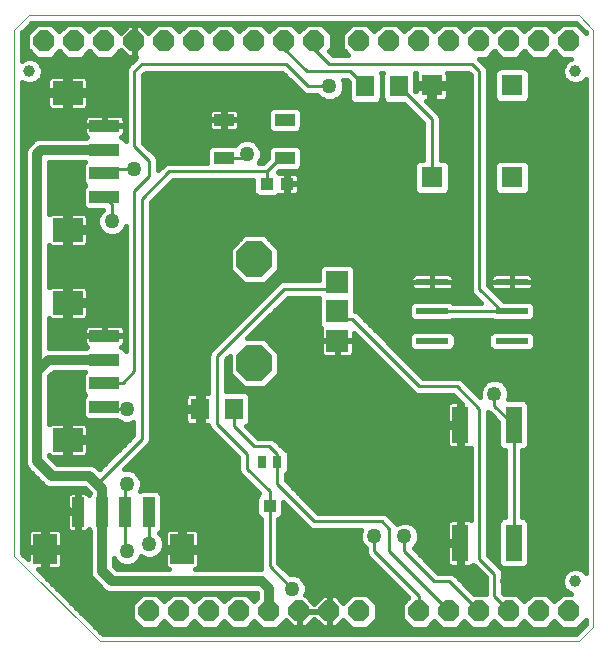
<source format=gtl>
G75*
%MOIN*%
%OFA0B0*%
%FSLAX25Y25*%
%IPPOS*%
%LPD*%
%AMOC8*
5,1,8,0,0,1.08239X$1,22.5*
%
%ADD10C,0.00004*%
%ADD11R,0.06299X0.07098*%
%ADD12R,0.05512X0.12205*%
%ADD13R,0.10827X0.01969*%
%ADD14R,0.07400X0.07400*%
%ADD15OC8,0.11811*%
%ADD16R,0.03937X0.09843*%
%ADD17R,0.07874X0.09843*%
%ADD18R,0.09843X0.03937*%
%ADD19R,0.09843X0.07874*%
%ADD20C,0.03937*%
%ADD21R,0.03150X0.04331*%
%ADD22R,0.03937X0.04331*%
%ADD23OC8,0.07000*%
%ADD24R,0.06500X0.03937*%
%ADD25R,0.04331X0.03937*%
%ADD26R,0.07087X0.07087*%
%ADD27C,0.01000*%
%ADD28C,0.01600*%
%ADD29C,0.05000*%
%ADD30C,0.07600*%
%ADD31C,0.05906*%
%ADD32C,0.04921*%
%ADD33C,0.03200*%
D10*
X0008874Y0037220D02*
X0037220Y0008874D01*
X0197063Y0008874D01*
X0201787Y0013598D01*
X0201787Y0212811D01*
X0197063Y0217535D01*
X0013598Y0217535D01*
X0008874Y0212811D01*
X0008874Y0037220D01*
D11*
X0070776Y0086374D03*
X0081972Y0086374D03*
X0125776Y0193874D03*
X0136972Y0193874D03*
D12*
X0157516Y0081059D03*
X0175232Y0081059D03*
X0175232Y0041689D03*
X0157516Y0041689D03*
D13*
X0148087Y0109031D03*
X0148087Y0118874D03*
X0148087Y0128717D03*
X0174661Y0128717D03*
X0174661Y0118874D03*
X0174661Y0109031D03*
D14*
X0116433Y0109031D03*
X0116433Y0118874D03*
X0116433Y0128717D03*
D15*
X0088874Y0136197D03*
X0088874Y0101551D03*
D16*
X0053685Y0051874D03*
X0045811Y0051874D03*
X0037937Y0051874D03*
X0030063Y0051874D03*
D17*
X0019039Y0039579D03*
X0064709Y0039579D03*
D18*
X0038874Y0087063D03*
X0038874Y0094937D03*
X0038874Y0102811D03*
X0038874Y0110685D03*
X0038874Y0157063D03*
X0038874Y0164937D03*
X0038874Y0172811D03*
X0038874Y0180685D03*
D19*
X0026579Y0191709D03*
X0026579Y0146039D03*
X0026579Y0121709D03*
X0026579Y0076039D03*
D20*
X0013874Y0198874D03*
X0195874Y0198874D03*
X0195874Y0028874D03*
D21*
X0096433Y0068736D03*
X0091315Y0068736D03*
D22*
X0093913Y0054051D03*
D23*
X0093874Y0018874D03*
X0083874Y0018874D03*
X0073874Y0018874D03*
X0063874Y0018874D03*
X0053874Y0018874D03*
X0103874Y0018874D03*
X0113874Y0018874D03*
X0123874Y0018874D03*
X0143874Y0018874D03*
X0153874Y0018874D03*
X0163874Y0018874D03*
X0173874Y0018874D03*
X0183874Y0018874D03*
X0193874Y0018874D03*
X0193874Y0208874D03*
X0183874Y0208874D03*
X0173874Y0208874D03*
X0163874Y0208874D03*
X0153874Y0208874D03*
X0143874Y0208874D03*
X0133874Y0208874D03*
X0123874Y0208874D03*
X0108874Y0208874D03*
X0098874Y0208874D03*
X0088874Y0208874D03*
X0078874Y0208874D03*
X0068874Y0208874D03*
X0058874Y0208874D03*
X0048874Y0208874D03*
X0038874Y0208874D03*
X0028874Y0208874D03*
X0018874Y0208874D03*
D24*
X0078728Y0182673D03*
X0078728Y0170075D03*
X0099020Y0170075D03*
X0099020Y0182673D03*
D25*
X0099720Y0161374D03*
X0093028Y0161374D03*
D26*
X0147988Y0163520D03*
X0174760Y0163520D03*
X0174760Y0194228D03*
X0147988Y0194228D03*
D27*
X0136972Y0193874D02*
X0147988Y0182858D01*
X0147988Y0163520D01*
X0146728Y0163520D01*
X0125776Y0193874D02*
X0120776Y0198874D01*
X0106374Y0198874D01*
X0098874Y0206374D01*
X0098874Y0208874D01*
X0099374Y0201374D02*
X0106874Y0193874D01*
X0113874Y0193874D01*
X0113874Y0201374D02*
X0161374Y0201374D01*
X0163874Y0198874D01*
X0163874Y0126374D01*
X0171374Y0118874D01*
X0174661Y0118874D01*
X0148087Y0118874D01*
X0143874Y0093874D02*
X0121374Y0116374D01*
X0118933Y0116374D01*
X0116433Y0118874D01*
X0114091Y0126374D02*
X0098874Y0126374D01*
X0076374Y0103874D01*
X0076374Y0081374D01*
X0086374Y0071374D01*
X0086374Y0066374D01*
X0093913Y0058835D01*
X0093913Y0054051D01*
X0093913Y0033835D01*
X0101374Y0026374D01*
X0108874Y0048874D02*
X0131374Y0048874D01*
X0133874Y0046374D01*
X0133874Y0038874D01*
X0153874Y0018874D01*
X0153874Y0028874D02*
X0148874Y0028874D01*
X0138874Y0038874D01*
X0138874Y0043874D01*
X0128874Y0043874D02*
X0128874Y0038874D01*
X0143874Y0023874D01*
X0143874Y0018874D01*
X0153874Y0028874D02*
X0163874Y0018874D01*
X0168874Y0023874D02*
X0173874Y0018874D01*
X0168874Y0023874D02*
X0168874Y0031374D01*
X0163874Y0036374D01*
X0163874Y0086374D01*
X0156374Y0093874D01*
X0143874Y0093874D01*
X0168874Y0091374D02*
X0168874Y0087417D01*
X0175232Y0081059D01*
X0175232Y0041689D01*
X0108874Y0048874D02*
X0096433Y0061315D01*
X0096433Y0068736D01*
X0096433Y0071315D01*
X0093874Y0073874D01*
X0088874Y0073874D01*
X0081972Y0080776D01*
X0081972Y0086374D01*
X0081972Y0083276D01*
X0051374Y0076374D02*
X0036374Y0061374D01*
X0045811Y0060811D02*
X0045811Y0051874D01*
X0045811Y0039437D01*
X0046374Y0038874D01*
X0053874Y0041374D02*
X0053874Y0052063D01*
X0053685Y0051874D01*
X0045811Y0060811D02*
X0046374Y0061374D01*
X0038874Y0073874D02*
X0036039Y0076039D01*
X0026579Y0076039D01*
X0038185Y0086374D02*
X0038874Y0087063D01*
X0038185Y0086374D02*
X0046374Y0086374D01*
X0044937Y0094937D02*
X0048874Y0098874D01*
X0048874Y0158874D01*
X0053874Y0163874D01*
X0053874Y0168874D01*
X0048874Y0173874D01*
X0048874Y0198874D01*
X0051374Y0201374D01*
X0099374Y0201374D01*
X0108874Y0206374D02*
X0108874Y0208874D01*
X0108874Y0206374D02*
X0113874Y0201374D01*
X0099020Y0170075D02*
X0098874Y0169929D01*
X0097429Y0169929D01*
X0093028Y0165528D01*
X0060528Y0165528D01*
X0051374Y0156374D01*
X0051374Y0076374D01*
X0044937Y0094937D02*
X0038874Y0094937D01*
X0026579Y0121709D02*
X0026579Y0126579D01*
X0033874Y0133874D01*
X0026579Y0141169D01*
X0026579Y0146039D01*
X0038874Y0157063D02*
X0041374Y0154563D01*
X0041374Y0148874D01*
X0038874Y0164937D02*
X0040311Y0166374D01*
X0048874Y0166374D01*
X0040311Y0171374D02*
X0038874Y0172811D01*
X0078728Y0170075D02*
X0085075Y0170075D01*
X0086374Y0171374D01*
X0093028Y0165528D02*
X0093028Y0161374D01*
X0093874Y0162220D01*
X0116433Y0128717D02*
X0114091Y0126374D01*
X0030063Y0051874D02*
X0019374Y0056874D01*
X0018874Y0056374D01*
X0019039Y0051209D01*
X0019039Y0039579D01*
D28*
X0024632Y0024859D02*
X0089732Y0024859D01*
X0089717Y0024874D02*
X0089874Y0024717D01*
X0089874Y0023218D01*
X0088874Y0022218D01*
X0086318Y0024774D01*
X0081430Y0024774D01*
X0078874Y0022218D01*
X0076318Y0024774D01*
X0071430Y0024774D01*
X0068874Y0022218D01*
X0066318Y0024774D01*
X0061430Y0024774D01*
X0058874Y0022218D01*
X0056318Y0024774D01*
X0051430Y0024774D01*
X0047974Y0021318D01*
X0047974Y0016430D01*
X0051430Y0012974D01*
X0056318Y0012974D01*
X0058874Y0015530D01*
X0061430Y0012974D01*
X0066318Y0012974D01*
X0068874Y0015530D01*
X0071430Y0012974D01*
X0076318Y0012974D01*
X0078874Y0015530D01*
X0081430Y0012974D01*
X0086318Y0012974D01*
X0088874Y0015530D01*
X0091430Y0012974D01*
X0096318Y0012974D01*
X0099298Y0015954D01*
X0101679Y0013574D01*
X0103674Y0013574D01*
X0103674Y0018674D01*
X0104074Y0018674D01*
X0104074Y0013574D01*
X0106069Y0013574D01*
X0108874Y0016379D01*
X0111679Y0013574D01*
X0113674Y0013574D01*
X0113674Y0018674D01*
X0108574Y0018674D01*
X0104074Y0018674D01*
X0104074Y0019074D01*
X0113674Y0019074D01*
X0113674Y0018674D01*
X0114074Y0018674D01*
X0114074Y0013574D01*
X0116069Y0013574D01*
X0118450Y0015954D01*
X0121430Y0012974D01*
X0126318Y0012974D01*
X0129774Y0016430D01*
X0129774Y0021318D01*
X0126318Y0024774D01*
X0121430Y0024774D01*
X0118450Y0021794D01*
X0116069Y0024174D01*
X0114074Y0024174D01*
X0114074Y0019074D01*
X0113674Y0019074D01*
X0113674Y0024174D01*
X0111679Y0024174D01*
X0108874Y0021369D01*
X0106069Y0024174D01*
X0105766Y0024174D01*
X0106274Y0025399D01*
X0106274Y0027349D01*
X0105528Y0029150D01*
X0104150Y0030528D01*
X0102349Y0031274D01*
X0100575Y0031274D01*
X0096813Y0035036D01*
X0096813Y0049674D01*
X0097241Y0049851D01*
X0097916Y0050526D01*
X0098282Y0051408D01*
X0098282Y0055365D01*
X0106416Y0047231D01*
X0107231Y0046416D01*
X0108297Y0045974D01*
X0124440Y0045974D01*
X0123974Y0044849D01*
X0123974Y0042899D01*
X0124720Y0041098D01*
X0125974Y0039844D01*
X0125974Y0038297D01*
X0126416Y0037231D01*
X0127231Y0036416D01*
X0140151Y0023495D01*
X0137974Y0021318D01*
X0137974Y0016430D01*
X0141430Y0012974D01*
X0146318Y0012974D01*
X0148874Y0015530D01*
X0151430Y0012974D01*
X0156318Y0012974D01*
X0158874Y0015530D01*
X0161430Y0012974D01*
X0166318Y0012974D01*
X0168874Y0015530D01*
X0171430Y0012974D01*
X0176318Y0012974D01*
X0178874Y0015530D01*
X0181430Y0012974D01*
X0186318Y0012974D01*
X0188874Y0015530D01*
X0191430Y0012974D01*
X0196318Y0012974D01*
X0199385Y0016042D01*
X0199385Y0014593D01*
X0196068Y0011276D01*
X0038215Y0011276D01*
X0016634Y0032857D01*
X0018239Y0032857D01*
X0018239Y0038779D01*
X0013302Y0038779D01*
X0013302Y0036189D01*
X0011276Y0038215D01*
X0011276Y0195294D01*
X0011399Y0195171D01*
X0013005Y0194506D01*
X0014743Y0194506D01*
X0016349Y0195171D01*
X0017577Y0196399D01*
X0018243Y0198005D01*
X0018243Y0199743D01*
X0017577Y0201349D01*
X0016349Y0202577D01*
X0014743Y0203243D01*
X0013005Y0203243D01*
X0011399Y0202577D01*
X0011276Y0202454D01*
X0011276Y0211816D01*
X0014593Y0215133D01*
X0196068Y0215133D01*
X0199385Y0211816D01*
X0199385Y0211706D01*
X0196318Y0214774D01*
X0191430Y0214774D01*
X0188874Y0212218D01*
X0186318Y0214774D01*
X0181430Y0214774D01*
X0178874Y0212218D01*
X0176318Y0214774D01*
X0171430Y0214774D01*
X0168874Y0212218D01*
X0166318Y0214774D01*
X0161430Y0214774D01*
X0158874Y0212218D01*
X0156318Y0214774D01*
X0151430Y0214774D01*
X0148874Y0212218D01*
X0146318Y0214774D01*
X0141430Y0214774D01*
X0138874Y0212218D01*
X0136318Y0214774D01*
X0131430Y0214774D01*
X0128874Y0212218D01*
X0126318Y0214774D01*
X0121430Y0214774D01*
X0117974Y0211318D01*
X0117974Y0206430D01*
X0120130Y0204274D01*
X0115075Y0204274D01*
X0113847Y0205503D01*
X0114774Y0206430D01*
X0114774Y0211318D01*
X0111318Y0214774D01*
X0106430Y0214774D01*
X0103874Y0212218D01*
X0101318Y0214774D01*
X0096430Y0214774D01*
X0093874Y0212218D01*
X0091318Y0214774D01*
X0086430Y0214774D01*
X0083874Y0212218D01*
X0081318Y0214774D01*
X0076430Y0214774D01*
X0073874Y0212218D01*
X0071318Y0214774D01*
X0066430Y0214774D01*
X0063874Y0212218D01*
X0061318Y0214774D01*
X0056430Y0214774D01*
X0053450Y0211794D01*
X0051069Y0214174D01*
X0049074Y0214174D01*
X0049074Y0209074D01*
X0048674Y0209074D01*
X0048674Y0214174D01*
X0046679Y0214174D01*
X0044298Y0211794D01*
X0041318Y0214774D01*
X0036430Y0214774D01*
X0033874Y0212218D01*
X0031318Y0214774D01*
X0026430Y0214774D01*
X0023874Y0212218D01*
X0021318Y0214774D01*
X0016430Y0214774D01*
X0012974Y0211318D01*
X0012974Y0206430D01*
X0016430Y0202974D01*
X0021318Y0202974D01*
X0023874Y0205530D01*
X0026430Y0202974D01*
X0031318Y0202974D01*
X0033874Y0205530D01*
X0036430Y0202974D01*
X0041318Y0202974D01*
X0044298Y0205954D01*
X0046679Y0203574D01*
X0048674Y0203574D01*
X0048674Y0208674D01*
X0049074Y0208674D01*
X0049074Y0203574D01*
X0049473Y0203574D01*
X0048916Y0203017D01*
X0046416Y0200517D01*
X0045974Y0199451D01*
X0045974Y0175791D01*
X0045830Y0176139D01*
X0045155Y0176814D01*
X0044541Y0177068D01*
X0044900Y0177276D01*
X0045236Y0177611D01*
X0045473Y0178022D01*
X0045595Y0178480D01*
X0045595Y0180501D01*
X0039058Y0180501D01*
X0039058Y0180869D01*
X0045595Y0180869D01*
X0045595Y0182891D01*
X0045473Y0183348D01*
X0045236Y0183759D01*
X0044900Y0184094D01*
X0044490Y0184331D01*
X0044032Y0184454D01*
X0039058Y0184454D01*
X0039058Y0180869D01*
X0038690Y0180869D01*
X0038690Y0180501D01*
X0032153Y0180501D01*
X0032153Y0178480D01*
X0032275Y0178022D01*
X0032512Y0177611D01*
X0032848Y0177276D01*
X0033207Y0177068D01*
X0032593Y0176814D01*
X0032590Y0176811D01*
X0017015Y0176811D01*
X0015545Y0176202D01*
X0014108Y0174765D01*
X0012983Y0173640D01*
X0012374Y0172170D01*
X0012374Y0068078D01*
X0012983Y0066608D01*
X0014108Y0065483D01*
X0019108Y0060483D01*
X0020578Y0059874D01*
X0032217Y0059874D01*
X0033935Y0058156D01*
X0033934Y0058155D01*
X0033680Y0057541D01*
X0033472Y0057900D01*
X0033137Y0058236D01*
X0032726Y0058473D01*
X0032268Y0058595D01*
X0030247Y0058595D01*
X0030247Y0052058D01*
X0029879Y0052058D01*
X0029879Y0051690D01*
X0030247Y0051690D01*
X0030247Y0045153D01*
X0032268Y0045153D01*
X0032726Y0045275D01*
X0033137Y0045512D01*
X0033472Y0045848D01*
X0033680Y0046207D01*
X0033934Y0045593D01*
X0033937Y0045590D01*
X0033937Y0031515D01*
X0034546Y0030045D01*
X0035671Y0028920D01*
X0039108Y0025483D01*
X0040578Y0024874D01*
X0089717Y0024874D01*
X0089874Y0023261D02*
X0087831Y0023261D01*
X0079917Y0023261D02*
X0077831Y0023261D01*
X0069917Y0023261D02*
X0067831Y0023261D01*
X0059917Y0023261D02*
X0057831Y0023261D01*
X0049917Y0023261D02*
X0026231Y0023261D01*
X0027829Y0021662D02*
X0048318Y0021662D01*
X0047974Y0020064D02*
X0029428Y0020064D01*
X0031026Y0018465D02*
X0047974Y0018465D01*
X0047974Y0016867D02*
X0032625Y0016867D01*
X0034223Y0015268D02*
X0049136Y0015268D01*
X0050735Y0013670D02*
X0035822Y0013670D01*
X0037420Y0012071D02*
X0196863Y0012071D01*
X0197013Y0013670D02*
X0198462Y0013670D01*
X0198612Y0015268D02*
X0199385Y0015268D01*
X0190735Y0013670D02*
X0187013Y0013670D01*
X0188612Y0015268D02*
X0189136Y0015268D01*
X0188874Y0022218D02*
X0186318Y0024774D01*
X0181430Y0024774D01*
X0178874Y0022218D01*
X0176318Y0024774D01*
X0172075Y0024774D01*
X0171774Y0025075D01*
X0171774Y0031951D01*
X0171333Y0033017D01*
X0170517Y0033833D01*
X0166774Y0037575D01*
X0166774Y0085416D01*
X0167231Y0084959D01*
X0170076Y0082114D01*
X0170076Y0074479D01*
X0170442Y0073597D01*
X0171117Y0072922D01*
X0171999Y0072557D01*
X0172332Y0072557D01*
X0172332Y0050191D01*
X0171999Y0050191D01*
X0171117Y0049826D01*
X0170442Y0049151D01*
X0170076Y0048269D01*
X0170076Y0035109D01*
X0170442Y0034227D01*
X0171117Y0033552D01*
X0171999Y0033187D01*
X0178466Y0033187D01*
X0179348Y0033552D01*
X0180023Y0034227D01*
X0180388Y0035109D01*
X0180388Y0048269D01*
X0180023Y0049151D01*
X0179348Y0049826D01*
X0178466Y0050191D01*
X0178132Y0050191D01*
X0178132Y0072557D01*
X0178466Y0072557D01*
X0179348Y0072922D01*
X0180023Y0073597D01*
X0180388Y0074479D01*
X0180388Y0087639D01*
X0180023Y0088521D01*
X0179348Y0089196D01*
X0178466Y0089561D01*
X0173384Y0089561D01*
X0173735Y0090407D01*
X0173735Y0092341D01*
X0172995Y0094127D01*
X0171627Y0095495D01*
X0169841Y0096235D01*
X0167907Y0096235D01*
X0166121Y0095495D01*
X0164753Y0094127D01*
X0164013Y0092341D01*
X0164013Y0090407D01*
X0164064Y0090285D01*
X0158833Y0095517D01*
X0158017Y0096333D01*
X0156951Y0096774D01*
X0145075Y0096774D01*
X0123017Y0118833D01*
X0122533Y0119033D01*
X0122533Y0123051D01*
X0122225Y0123795D01*
X0122533Y0124539D01*
X0122533Y0132894D01*
X0122168Y0133776D01*
X0121493Y0134451D01*
X0120610Y0134817D01*
X0112256Y0134817D01*
X0111374Y0134451D01*
X0110698Y0133776D01*
X0110333Y0132894D01*
X0110333Y0129274D01*
X0098297Y0129274D01*
X0097231Y0128833D01*
X0074731Y0106333D01*
X0073916Y0105517D01*
X0073474Y0104451D01*
X0073474Y0091723D01*
X0071550Y0091723D01*
X0071550Y0087149D01*
X0070001Y0087149D01*
X0070001Y0091723D01*
X0067389Y0091723D01*
X0066931Y0091601D01*
X0066521Y0091364D01*
X0066186Y0091028D01*
X0065949Y0090618D01*
X0065826Y0090160D01*
X0065826Y0087149D01*
X0070001Y0087149D01*
X0070001Y0085599D01*
X0071550Y0085599D01*
X0071550Y0081025D01*
X0073474Y0081025D01*
X0073474Y0080797D01*
X0073916Y0079731D01*
X0083474Y0070173D01*
X0083474Y0065797D01*
X0083916Y0064731D01*
X0084731Y0063916D01*
X0090491Y0058156D01*
X0089910Y0057576D01*
X0089545Y0056694D01*
X0089545Y0051408D01*
X0089910Y0050526D01*
X0090585Y0049851D01*
X0091013Y0049674D01*
X0091013Y0033258D01*
X0091172Y0032874D01*
X0068944Y0032874D01*
X0069340Y0032980D01*
X0069751Y0033217D01*
X0070086Y0033552D01*
X0070323Y0033963D01*
X0070446Y0034420D01*
X0070446Y0038779D01*
X0065509Y0038779D01*
X0065509Y0040379D01*
X0070446Y0040379D01*
X0070446Y0044737D01*
X0070323Y0045195D01*
X0070086Y0045605D01*
X0069751Y0045940D01*
X0069340Y0046177D01*
X0068883Y0046300D01*
X0065509Y0046300D01*
X0065509Y0040379D01*
X0063909Y0040379D01*
X0063909Y0046300D01*
X0060535Y0046300D01*
X0060077Y0046177D01*
X0059666Y0045940D01*
X0059331Y0045605D01*
X0059094Y0045195D01*
X0058972Y0044737D01*
X0058972Y0040379D01*
X0063909Y0040379D01*
X0063909Y0038779D01*
X0058972Y0038779D01*
X0058972Y0034420D01*
X0059094Y0033963D01*
X0059331Y0033552D01*
X0059666Y0033217D01*
X0060077Y0032980D01*
X0060473Y0032874D01*
X0043031Y0032874D01*
X0041937Y0033968D01*
X0041937Y0036782D01*
X0042220Y0036098D01*
X0043598Y0034720D01*
X0045399Y0033974D01*
X0047349Y0033974D01*
X0049150Y0034720D01*
X0050528Y0036098D01*
X0051024Y0037295D01*
X0051098Y0037220D01*
X0052899Y0036474D01*
X0054849Y0036474D01*
X0056650Y0037220D01*
X0058028Y0038598D01*
X0058774Y0040399D01*
X0058774Y0042349D01*
X0058028Y0044150D01*
X0057136Y0045041D01*
X0057688Y0045593D01*
X0058054Y0046475D01*
X0058054Y0057273D01*
X0057688Y0058155D01*
X0057013Y0058830D01*
X0056131Y0059195D01*
X0051239Y0059195D01*
X0050679Y0058963D01*
X0051274Y0060399D01*
X0051274Y0062349D01*
X0050528Y0064150D01*
X0049150Y0065528D01*
X0047349Y0066274D01*
X0045399Y0066274D01*
X0045358Y0066257D01*
X0053833Y0074731D01*
X0054274Y0075797D01*
X0054274Y0155173D01*
X0061729Y0162628D01*
X0088462Y0162628D01*
X0088462Y0158928D01*
X0088828Y0158046D01*
X0089503Y0157371D01*
X0090385Y0157006D01*
X0095670Y0157006D01*
X0096552Y0157371D01*
X0096899Y0157718D01*
X0097318Y0157606D01*
X0099536Y0157605D01*
X0099536Y0161190D01*
X0099905Y0161190D01*
X0099905Y0161558D01*
X0103686Y0161558D01*
X0103686Y0163579D01*
X0103563Y0164037D01*
X0103326Y0164448D01*
X0102991Y0164783D01*
X0102581Y0165020D01*
X0102123Y0165143D01*
X0099905Y0165143D01*
X0099905Y0161558D01*
X0099536Y0161558D01*
X0099536Y0165143D01*
X0097318Y0165143D01*
X0096899Y0165030D01*
X0096765Y0165164D01*
X0097308Y0165706D01*
X0102747Y0165706D01*
X0103629Y0166072D01*
X0104304Y0166747D01*
X0104670Y0167629D01*
X0104670Y0172521D01*
X0104304Y0173403D01*
X0103629Y0174078D01*
X0102747Y0174443D01*
X0095292Y0174443D01*
X0094410Y0174078D01*
X0093735Y0173403D01*
X0093370Y0172521D01*
X0093370Y0169971D01*
X0091826Y0168428D01*
X0090357Y0168428D01*
X0090528Y0168598D01*
X0091274Y0170399D01*
X0091274Y0172349D01*
X0090528Y0174150D01*
X0089150Y0175528D01*
X0087349Y0176274D01*
X0085399Y0176274D01*
X0083598Y0175528D01*
X0082497Y0174426D01*
X0082456Y0174443D01*
X0075001Y0174443D01*
X0074119Y0174078D01*
X0073444Y0173403D01*
X0073078Y0172521D01*
X0073078Y0168428D01*
X0059951Y0168428D01*
X0058885Y0167986D01*
X0056774Y0165875D01*
X0056774Y0169451D01*
X0056333Y0170517D01*
X0051774Y0175075D01*
X0051774Y0197673D01*
X0052575Y0198474D01*
X0098173Y0198474D01*
X0104416Y0192231D01*
X0105231Y0191416D01*
X0106297Y0190974D01*
X0109844Y0190974D01*
X0111098Y0189720D01*
X0112899Y0188974D01*
X0114849Y0188974D01*
X0116650Y0189720D01*
X0118028Y0191098D01*
X0118774Y0192899D01*
X0118774Y0194849D01*
X0118308Y0195974D01*
X0119574Y0195974D01*
X0120226Y0195322D01*
X0120226Y0189847D01*
X0120591Y0188965D01*
X0121266Y0188290D01*
X0122149Y0187925D01*
X0129403Y0187925D01*
X0130285Y0188290D01*
X0130960Y0188965D01*
X0131325Y0189847D01*
X0131325Y0197901D01*
X0131088Y0198474D01*
X0131660Y0198474D01*
X0131423Y0197901D01*
X0131423Y0189847D01*
X0131788Y0188965D01*
X0132463Y0188290D01*
X0133345Y0187925D01*
X0138820Y0187925D01*
X0145088Y0181657D01*
X0145088Y0169463D01*
X0143967Y0169463D01*
X0143085Y0169098D01*
X0142410Y0168422D01*
X0142045Y0167540D01*
X0142045Y0159499D01*
X0142410Y0158617D01*
X0143085Y0157942D01*
X0143967Y0157576D01*
X0152009Y0157576D01*
X0152891Y0157942D01*
X0153566Y0158617D01*
X0153931Y0159499D01*
X0153931Y0167540D01*
X0153566Y0168422D01*
X0152891Y0169098D01*
X0152009Y0169463D01*
X0150888Y0169463D01*
X0150888Y0183435D01*
X0150447Y0184501D01*
X0149631Y0185317D01*
X0146063Y0188885D01*
X0147188Y0188885D01*
X0147188Y0193428D01*
X0148788Y0193428D01*
X0148788Y0188885D01*
X0151768Y0188885D01*
X0152226Y0189008D01*
X0152637Y0189245D01*
X0152972Y0189580D01*
X0153209Y0189990D01*
X0153331Y0190448D01*
X0153331Y0193428D01*
X0148788Y0193428D01*
X0148788Y0195028D01*
X0153331Y0195028D01*
X0153331Y0198009D01*
X0153209Y0198466D01*
X0153204Y0198474D01*
X0160173Y0198474D01*
X0160974Y0197673D01*
X0160974Y0125797D01*
X0161416Y0124731D01*
X0164373Y0121774D01*
X0154978Y0121774D01*
X0154859Y0121893D01*
X0153977Y0122258D01*
X0142196Y0122258D01*
X0141314Y0121893D01*
X0140639Y0121218D01*
X0140273Y0120336D01*
X0140273Y0117412D01*
X0140639Y0116530D01*
X0141314Y0115855D01*
X0142196Y0115490D01*
X0153977Y0115490D01*
X0154859Y0115855D01*
X0154978Y0115974D01*
X0167770Y0115974D01*
X0167889Y0115855D01*
X0168771Y0115490D01*
X0180552Y0115490D01*
X0181434Y0115855D01*
X0182109Y0116530D01*
X0182475Y0117412D01*
X0182475Y0120336D01*
X0182109Y0121218D01*
X0181434Y0121893D01*
X0180552Y0122258D01*
X0172091Y0122258D01*
X0166774Y0127575D01*
X0166774Y0199451D01*
X0166333Y0200517D01*
X0165517Y0201333D01*
X0163875Y0202974D01*
X0166318Y0202974D01*
X0168874Y0205530D01*
X0171430Y0202974D01*
X0176318Y0202974D01*
X0178874Y0205530D01*
X0181430Y0202974D01*
X0186318Y0202974D01*
X0188874Y0205530D01*
X0191430Y0202974D01*
X0194357Y0202974D01*
X0193399Y0202577D01*
X0192171Y0201349D01*
X0191506Y0199743D01*
X0191506Y0198005D01*
X0192171Y0196399D01*
X0193399Y0195171D01*
X0195005Y0194506D01*
X0196743Y0194506D01*
X0198349Y0195171D01*
X0199385Y0196207D01*
X0199385Y0031541D01*
X0198349Y0032577D01*
X0196743Y0033243D01*
X0195005Y0033243D01*
X0193399Y0032577D01*
X0192171Y0031349D01*
X0191506Y0029743D01*
X0191506Y0028005D01*
X0192171Y0026399D01*
X0193399Y0025171D01*
X0194357Y0024774D01*
X0191430Y0024774D01*
X0188874Y0022218D01*
X0187831Y0023261D02*
X0189917Y0023261D01*
X0192146Y0026458D02*
X0171774Y0026458D01*
X0171774Y0028056D02*
X0191506Y0028056D01*
X0191506Y0029655D02*
X0171774Y0029655D01*
X0171774Y0031253D02*
X0192131Y0031253D01*
X0194062Y0032852D02*
X0171401Y0032852D01*
X0170349Y0034450D02*
X0169899Y0034450D01*
X0170076Y0036049D02*
X0168301Y0036049D01*
X0166774Y0037647D02*
X0170076Y0037647D01*
X0170076Y0039246D02*
X0166774Y0039246D01*
X0166774Y0040844D02*
X0170076Y0040844D01*
X0170076Y0042443D02*
X0166774Y0042443D01*
X0166774Y0044041D02*
X0170076Y0044041D01*
X0170076Y0045640D02*
X0166774Y0045640D01*
X0166774Y0047238D02*
X0170076Y0047238D01*
X0170312Y0048837D02*
X0166774Y0048837D01*
X0166774Y0050435D02*
X0172332Y0050435D01*
X0172332Y0052034D02*
X0166774Y0052034D01*
X0166774Y0053632D02*
X0172332Y0053632D01*
X0172332Y0055231D02*
X0166774Y0055231D01*
X0166774Y0056829D02*
X0172332Y0056829D01*
X0172332Y0058428D02*
X0166774Y0058428D01*
X0166774Y0060026D02*
X0172332Y0060026D01*
X0172332Y0061625D02*
X0166774Y0061625D01*
X0166774Y0063223D02*
X0172332Y0063223D01*
X0172332Y0064822D02*
X0166774Y0064822D01*
X0166774Y0066420D02*
X0172332Y0066420D01*
X0172332Y0068019D02*
X0166774Y0068019D01*
X0166774Y0069617D02*
X0172332Y0069617D01*
X0172332Y0071216D02*
X0166774Y0071216D01*
X0166774Y0072814D02*
X0171377Y0072814D01*
X0170104Y0074413D02*
X0166774Y0074413D01*
X0166774Y0076011D02*
X0170076Y0076011D01*
X0170076Y0077610D02*
X0166774Y0077610D01*
X0166774Y0079209D02*
X0170076Y0079209D01*
X0170076Y0080807D02*
X0166774Y0080807D01*
X0166774Y0082406D02*
X0169785Y0082406D01*
X0168186Y0084004D02*
X0166774Y0084004D01*
X0164017Y0090398D02*
X0163951Y0090398D01*
X0164013Y0091997D02*
X0162353Y0091997D01*
X0160754Y0093595D02*
X0164533Y0093595D01*
X0165820Y0095194D02*
X0159156Y0095194D01*
X0155173Y0090974D02*
X0158094Y0088053D01*
X0158094Y0081637D01*
X0156938Y0081637D01*
X0156938Y0088961D01*
X0154523Y0088961D01*
X0154065Y0088839D01*
X0153655Y0088602D01*
X0153319Y0088267D01*
X0153083Y0087856D01*
X0152960Y0087398D01*
X0152960Y0081637D01*
X0156938Y0081637D01*
X0156938Y0080481D01*
X0158094Y0080481D01*
X0158094Y0073157D01*
X0160509Y0073157D01*
X0160966Y0073279D01*
X0160974Y0073284D01*
X0160974Y0049464D01*
X0160966Y0049469D01*
X0160509Y0049591D01*
X0158094Y0049591D01*
X0158094Y0042267D01*
X0156938Y0042267D01*
X0156938Y0049591D01*
X0154523Y0049591D01*
X0154065Y0049469D01*
X0153655Y0049232D01*
X0153319Y0048897D01*
X0153083Y0048486D01*
X0152960Y0048028D01*
X0152960Y0042267D01*
X0156938Y0042267D01*
X0156938Y0041111D01*
X0158094Y0041111D01*
X0158094Y0033787D01*
X0160509Y0033787D01*
X0160966Y0033909D01*
X0161377Y0034146D01*
X0161689Y0034458D01*
X0162231Y0033916D01*
X0165974Y0030173D01*
X0165974Y0024774D01*
X0162075Y0024774D01*
X0156333Y0030517D01*
X0155517Y0031333D01*
X0154451Y0031774D01*
X0150075Y0031774D01*
X0141889Y0039960D01*
X0143028Y0041098D01*
X0143774Y0042899D01*
X0143774Y0044849D01*
X0143028Y0046650D01*
X0141650Y0048028D01*
X0139849Y0048774D01*
X0137899Y0048774D01*
X0136256Y0048093D01*
X0135517Y0048833D01*
X0133017Y0051333D01*
X0131951Y0051774D01*
X0110075Y0051774D01*
X0099333Y0062516D01*
X0099333Y0064522D01*
X0099367Y0064536D01*
X0100042Y0065211D01*
X0100408Y0066093D01*
X0100408Y0071379D01*
X0100042Y0072261D01*
X0099367Y0072936D01*
X0098592Y0073257D01*
X0096333Y0075517D01*
X0095517Y0076333D01*
X0094451Y0076774D01*
X0090075Y0076774D01*
X0086183Y0080666D01*
X0086482Y0080790D01*
X0087157Y0081465D01*
X0087522Y0082347D01*
X0087522Y0090401D01*
X0087157Y0091283D01*
X0086482Y0091958D01*
X0085599Y0092323D01*
X0079274Y0092323D01*
X0079274Y0102673D01*
X0080569Y0103967D01*
X0080569Y0098111D01*
X0085434Y0093246D01*
X0092314Y0093246D01*
X0097180Y0098111D01*
X0097180Y0104991D01*
X0092314Y0109857D01*
X0086458Y0109857D01*
X0100075Y0123474D01*
X0110508Y0123474D01*
X0110333Y0123051D01*
X0110333Y0114697D01*
X0110698Y0113815D01*
X0111067Y0113446D01*
X0111056Y0113426D01*
X0110933Y0112968D01*
X0110933Y0109216D01*
X0116249Y0109216D01*
X0116249Y0108847D01*
X0116617Y0108847D01*
X0116617Y0103531D01*
X0120370Y0103531D01*
X0120828Y0103654D01*
X0121238Y0103891D01*
X0121573Y0104226D01*
X0121810Y0104637D01*
X0121933Y0105095D01*
X0121933Y0108847D01*
X0116617Y0108847D01*
X0116617Y0109216D01*
X0121933Y0109216D01*
X0121933Y0111714D01*
X0142231Y0091416D01*
X0143297Y0090974D01*
X0155173Y0090974D01*
X0155749Y0090398D02*
X0087522Y0090398D01*
X0087522Y0088800D02*
X0153997Y0088800D01*
X0152960Y0087201D02*
X0087522Y0087201D01*
X0087522Y0085603D02*
X0152960Y0085603D01*
X0152960Y0084004D02*
X0087522Y0084004D01*
X0087522Y0082406D02*
X0152960Y0082406D01*
X0152960Y0080481D02*
X0152960Y0074720D01*
X0153083Y0074262D01*
X0153319Y0073851D01*
X0153655Y0073516D01*
X0154065Y0073279D01*
X0154523Y0073157D01*
X0156938Y0073157D01*
X0156938Y0080481D01*
X0152960Y0080481D01*
X0152960Y0079209D02*
X0087641Y0079209D01*
X0086498Y0080807D02*
X0156938Y0080807D01*
X0156938Y0079209D02*
X0158094Y0079209D01*
X0158094Y0077610D02*
X0156938Y0077610D01*
X0156938Y0076011D02*
X0158094Y0076011D01*
X0158094Y0074413D02*
X0156938Y0074413D01*
X0153042Y0074413D02*
X0097436Y0074413D01*
X0096333Y0075517D02*
X0096333Y0075517D01*
X0095838Y0076011D02*
X0152960Y0076011D01*
X0152960Y0077610D02*
X0089239Y0077610D01*
X0082431Y0071216D02*
X0050317Y0071216D01*
X0048719Y0069617D02*
X0083474Y0069617D01*
X0083474Y0068019D02*
X0047120Y0068019D01*
X0045522Y0066420D02*
X0083474Y0066420D01*
X0083878Y0064822D02*
X0049856Y0064822D01*
X0050912Y0063223D02*
X0085423Y0063223D01*
X0087022Y0061625D02*
X0051274Y0061625D01*
X0051120Y0060026D02*
X0088620Y0060026D01*
X0090219Y0058428D02*
X0057415Y0058428D01*
X0058054Y0056829D02*
X0089601Y0056829D01*
X0089545Y0055231D02*
X0058054Y0055231D01*
X0058054Y0053632D02*
X0089545Y0053632D01*
X0089545Y0052034D02*
X0058054Y0052034D01*
X0058054Y0050435D02*
X0090001Y0050435D01*
X0091013Y0048837D02*
X0058054Y0048837D01*
X0058054Y0047238D02*
X0091013Y0047238D01*
X0091013Y0045640D02*
X0070051Y0045640D01*
X0070446Y0044041D02*
X0091013Y0044041D01*
X0091013Y0042443D02*
X0070446Y0042443D01*
X0070446Y0040844D02*
X0091013Y0040844D01*
X0091013Y0039246D02*
X0065509Y0039246D01*
X0065509Y0040844D02*
X0063909Y0040844D01*
X0063909Y0039246D02*
X0058296Y0039246D01*
X0058774Y0040844D02*
X0058972Y0040844D01*
X0058972Y0042443D02*
X0058735Y0042443D01*
X0058972Y0044041D02*
X0058073Y0044041D01*
X0057707Y0045640D02*
X0059366Y0045640D01*
X0063909Y0045640D02*
X0065509Y0045640D01*
X0065509Y0044041D02*
X0063909Y0044041D01*
X0063909Y0042443D02*
X0065509Y0042443D01*
X0070446Y0037647D02*
X0091013Y0037647D01*
X0091013Y0036049D02*
X0070446Y0036049D01*
X0070446Y0034450D02*
X0091013Y0034450D01*
X0096813Y0036049D02*
X0127598Y0036049D01*
X0126243Y0037647D02*
X0096813Y0037647D01*
X0096813Y0039246D02*
X0125974Y0039246D01*
X0124974Y0040844D02*
X0096813Y0040844D01*
X0096813Y0042443D02*
X0124163Y0042443D01*
X0123974Y0044041D02*
X0096813Y0044041D01*
X0096813Y0045640D02*
X0124302Y0045640D01*
X0133914Y0050435D02*
X0160974Y0050435D01*
X0160974Y0052034D02*
X0109815Y0052034D01*
X0108217Y0053632D02*
X0160974Y0053632D01*
X0160974Y0055231D02*
X0106618Y0055231D01*
X0105020Y0056829D02*
X0160974Y0056829D01*
X0160974Y0058428D02*
X0103421Y0058428D01*
X0101823Y0060026D02*
X0160974Y0060026D01*
X0160974Y0061625D02*
X0100224Y0061625D01*
X0099333Y0063223D02*
X0160974Y0063223D01*
X0160974Y0064822D02*
X0099653Y0064822D01*
X0100408Y0066420D02*
X0160974Y0066420D01*
X0160974Y0068019D02*
X0100408Y0068019D01*
X0100408Y0069617D02*
X0160974Y0069617D01*
X0160974Y0071216D02*
X0100408Y0071216D01*
X0099489Y0072814D02*
X0160974Y0072814D01*
X0158094Y0082406D02*
X0156938Y0082406D01*
X0156938Y0084004D02*
X0158094Y0084004D01*
X0158094Y0085603D02*
X0156938Y0085603D01*
X0156938Y0087201D02*
X0158094Y0087201D01*
X0157347Y0088800D02*
X0156938Y0088800D01*
X0145057Y0096792D02*
X0199385Y0096792D01*
X0199385Y0095194D02*
X0171928Y0095194D01*
X0173215Y0093595D02*
X0199385Y0093595D01*
X0199385Y0091997D02*
X0173735Y0091997D01*
X0173731Y0090398D02*
X0199385Y0090398D01*
X0199385Y0088800D02*
X0179744Y0088800D01*
X0180388Y0087201D02*
X0199385Y0087201D01*
X0199385Y0085603D02*
X0180388Y0085603D01*
X0180388Y0084004D02*
X0199385Y0084004D01*
X0199385Y0082406D02*
X0180388Y0082406D01*
X0180388Y0080807D02*
X0199385Y0080807D01*
X0199385Y0079209D02*
X0180388Y0079209D01*
X0180388Y0077610D02*
X0199385Y0077610D01*
X0199385Y0076011D02*
X0180388Y0076011D01*
X0180361Y0074413D02*
X0199385Y0074413D01*
X0199385Y0072814D02*
X0179088Y0072814D01*
X0178132Y0071216D02*
X0199385Y0071216D01*
X0199385Y0069617D02*
X0178132Y0069617D01*
X0178132Y0068019D02*
X0199385Y0068019D01*
X0199385Y0066420D02*
X0178132Y0066420D01*
X0178132Y0064822D02*
X0199385Y0064822D01*
X0199385Y0063223D02*
X0178132Y0063223D01*
X0178132Y0061625D02*
X0199385Y0061625D01*
X0199385Y0060026D02*
X0178132Y0060026D01*
X0178132Y0058428D02*
X0199385Y0058428D01*
X0199385Y0056829D02*
X0178132Y0056829D01*
X0178132Y0055231D02*
X0199385Y0055231D01*
X0199385Y0053632D02*
X0178132Y0053632D01*
X0178132Y0052034D02*
X0199385Y0052034D01*
X0199385Y0050435D02*
X0178132Y0050435D01*
X0180153Y0048837D02*
X0199385Y0048837D01*
X0199385Y0047238D02*
X0180388Y0047238D01*
X0180388Y0045640D02*
X0199385Y0045640D01*
X0199385Y0044041D02*
X0180388Y0044041D01*
X0180388Y0042443D02*
X0199385Y0042443D01*
X0199385Y0040844D02*
X0180388Y0040844D01*
X0180388Y0039246D02*
X0199385Y0039246D01*
X0199385Y0037647D02*
X0180388Y0037647D01*
X0180388Y0036049D02*
X0199385Y0036049D01*
X0199385Y0034450D02*
X0180115Y0034450D01*
X0179917Y0023261D02*
X0177831Y0023261D01*
X0171990Y0024859D02*
X0194151Y0024859D01*
X0197687Y0032852D02*
X0199385Y0032852D01*
X0180735Y0013670D02*
X0177013Y0013670D01*
X0178612Y0015268D02*
X0179136Y0015268D01*
X0170735Y0013670D02*
X0167013Y0013670D01*
X0168612Y0015268D02*
X0169136Y0015268D01*
X0160735Y0013670D02*
X0157013Y0013670D01*
X0158612Y0015268D02*
X0159136Y0015268D01*
X0150735Y0013670D02*
X0147013Y0013670D01*
X0148612Y0015268D02*
X0149136Y0015268D01*
X0140735Y0013670D02*
X0127013Y0013670D01*
X0128612Y0015268D02*
X0139136Y0015268D01*
X0137974Y0016867D02*
X0129774Y0016867D01*
X0129774Y0018465D02*
X0137974Y0018465D01*
X0137974Y0020064D02*
X0129774Y0020064D01*
X0129430Y0021662D02*
X0138318Y0021662D01*
X0139917Y0023261D02*
X0127831Y0023261D01*
X0133992Y0029655D02*
X0105023Y0029655D01*
X0105981Y0028056D02*
X0135591Y0028056D01*
X0137189Y0026458D02*
X0106274Y0026458D01*
X0106050Y0024859D02*
X0138788Y0024859D01*
X0132394Y0031253D02*
X0102399Y0031253D01*
X0098998Y0032852D02*
X0130795Y0032852D01*
X0129197Y0034450D02*
X0097399Y0034450D01*
X0096813Y0047238D02*
X0106409Y0047238D01*
X0104810Y0048837D02*
X0096813Y0048837D01*
X0097825Y0050435D02*
X0103211Y0050435D01*
X0101613Y0052034D02*
X0098282Y0052034D01*
X0098282Y0053632D02*
X0100014Y0053632D01*
X0098416Y0055231D02*
X0098282Y0055231D01*
X0080832Y0072814D02*
X0051916Y0072814D01*
X0053514Y0074413D02*
X0079234Y0074413D01*
X0077635Y0076011D02*
X0054274Y0076011D01*
X0054274Y0077610D02*
X0076037Y0077610D01*
X0074438Y0079209D02*
X0054274Y0079209D01*
X0054274Y0080807D02*
X0073474Y0080807D01*
X0071550Y0082406D02*
X0070001Y0082406D01*
X0070001Y0081025D02*
X0070001Y0085599D01*
X0065826Y0085599D01*
X0065826Y0082588D01*
X0065949Y0082130D01*
X0066186Y0081720D01*
X0066521Y0081384D01*
X0066931Y0081147D01*
X0067389Y0081025D01*
X0070001Y0081025D01*
X0070001Y0084004D02*
X0071550Y0084004D01*
X0070001Y0085603D02*
X0054274Y0085603D01*
X0054274Y0087201D02*
X0065826Y0087201D01*
X0065826Y0088800D02*
X0054274Y0088800D01*
X0054274Y0090398D02*
X0065890Y0090398D01*
X0070001Y0090398D02*
X0071550Y0090398D01*
X0071550Y0088800D02*
X0070001Y0088800D01*
X0070001Y0087201D02*
X0071550Y0087201D01*
X0073474Y0091997D02*
X0054274Y0091997D01*
X0054274Y0093595D02*
X0073474Y0093595D01*
X0073474Y0095194D02*
X0054274Y0095194D01*
X0054274Y0096792D02*
X0073474Y0096792D01*
X0073474Y0098391D02*
X0054274Y0098391D01*
X0054274Y0099989D02*
X0073474Y0099989D01*
X0073474Y0101588D02*
X0054274Y0101588D01*
X0054274Y0103186D02*
X0073474Y0103186D01*
X0073612Y0104785D02*
X0054274Y0104785D01*
X0054274Y0106383D02*
X0074782Y0106383D01*
X0076380Y0107982D02*
X0054274Y0107982D01*
X0054274Y0109580D02*
X0077979Y0109580D01*
X0079578Y0111179D02*
X0054274Y0111179D01*
X0054274Y0112777D02*
X0081176Y0112777D01*
X0082775Y0114376D02*
X0054274Y0114376D01*
X0054274Y0115974D02*
X0084373Y0115974D01*
X0085972Y0117573D02*
X0054274Y0117573D01*
X0054274Y0119171D02*
X0087570Y0119171D01*
X0089169Y0120770D02*
X0054274Y0120770D01*
X0054274Y0122368D02*
X0090767Y0122368D01*
X0092366Y0123967D02*
X0054274Y0123967D01*
X0054274Y0125565D02*
X0093964Y0125565D01*
X0095563Y0127164D02*
X0054274Y0127164D01*
X0054274Y0128762D02*
X0084563Y0128762D01*
X0085434Y0127891D02*
X0092314Y0127891D01*
X0097180Y0132757D01*
X0097180Y0139637D01*
X0092314Y0144502D01*
X0085434Y0144502D01*
X0080569Y0139637D01*
X0080569Y0132757D01*
X0085434Y0127891D01*
X0082964Y0130361D02*
X0054274Y0130361D01*
X0054274Y0131959D02*
X0081366Y0131959D01*
X0080569Y0133558D02*
X0054274Y0133558D01*
X0054274Y0135156D02*
X0080569Y0135156D01*
X0080569Y0136755D02*
X0054274Y0136755D01*
X0054274Y0138353D02*
X0080569Y0138353D01*
X0080883Y0139952D02*
X0054274Y0139952D01*
X0054274Y0141550D02*
X0082482Y0141550D01*
X0084080Y0143149D02*
X0054274Y0143149D01*
X0054274Y0144747D02*
X0160974Y0144747D01*
X0160974Y0143149D02*
X0093668Y0143149D01*
X0095266Y0141550D02*
X0160974Y0141550D01*
X0160974Y0139952D02*
X0096865Y0139952D01*
X0097180Y0138353D02*
X0160974Y0138353D01*
X0160974Y0136755D02*
X0097180Y0136755D01*
X0097180Y0135156D02*
X0160974Y0135156D01*
X0160974Y0133558D02*
X0122258Y0133558D01*
X0122533Y0131959D02*
X0160974Y0131959D01*
X0160974Y0130361D02*
X0155187Y0130361D01*
X0155177Y0130396D02*
X0154940Y0130806D01*
X0154605Y0131141D01*
X0154195Y0131378D01*
X0153737Y0131501D01*
X0148087Y0131501D01*
X0148087Y0128717D01*
X0148087Y0128717D01*
X0155300Y0128717D01*
X0155300Y0129938D01*
X0155177Y0130396D01*
X0155300Y0128762D02*
X0160974Y0128762D01*
X0160974Y0127164D02*
X0155211Y0127164D01*
X0155177Y0127037D02*
X0155300Y0127495D01*
X0155300Y0128716D01*
X0148087Y0128716D01*
X0148087Y0125932D01*
X0153737Y0125932D01*
X0154195Y0126055D01*
X0154605Y0126292D01*
X0154940Y0126627D01*
X0155177Y0127037D01*
X0161070Y0125565D02*
X0122533Y0125565D01*
X0122533Y0127164D02*
X0140962Y0127164D01*
X0140996Y0127037D02*
X0141233Y0126627D01*
X0141568Y0126292D01*
X0141978Y0126055D01*
X0142436Y0125932D01*
X0148087Y0125932D01*
X0148087Y0128716D01*
X0148087Y0128716D01*
X0148087Y0128717D01*
X0148087Y0131501D01*
X0142436Y0131501D01*
X0141978Y0131378D01*
X0141568Y0131141D01*
X0141233Y0130806D01*
X0140996Y0130396D01*
X0140873Y0129938D01*
X0140873Y0128717D01*
X0148086Y0128717D01*
X0148086Y0128716D01*
X0140873Y0128716D01*
X0140873Y0127495D01*
X0140996Y0127037D01*
X0140873Y0128762D02*
X0122533Y0128762D01*
X0122533Y0130361D02*
X0140987Y0130361D01*
X0148087Y0130361D02*
X0148087Y0130361D01*
X0148087Y0128762D02*
X0148087Y0128762D01*
X0148087Y0127164D02*
X0148087Y0127164D01*
X0140453Y0120770D02*
X0122533Y0120770D01*
X0122533Y0122368D02*
X0163778Y0122368D01*
X0162180Y0123967D02*
X0122296Y0123967D01*
X0122533Y0119171D02*
X0140273Y0119171D01*
X0140273Y0117573D02*
X0124276Y0117573D01*
X0125875Y0115974D02*
X0141195Y0115974D01*
X0142196Y0112416D02*
X0141314Y0112050D01*
X0140639Y0111375D01*
X0140273Y0110493D01*
X0140273Y0107570D01*
X0140639Y0106688D01*
X0141314Y0106013D01*
X0142196Y0105647D01*
X0153977Y0105647D01*
X0154859Y0106013D01*
X0155535Y0106688D01*
X0155900Y0107570D01*
X0155900Y0110493D01*
X0155535Y0111375D01*
X0154859Y0112050D01*
X0153977Y0112416D01*
X0142196Y0112416D01*
X0140557Y0111179D02*
X0130670Y0111179D01*
X0129072Y0112777D02*
X0199385Y0112777D01*
X0199385Y0111179D02*
X0182191Y0111179D01*
X0182109Y0111375D02*
X0181434Y0112050D01*
X0180552Y0112416D01*
X0168771Y0112416D01*
X0167889Y0112050D01*
X0167213Y0111375D01*
X0166848Y0110493D01*
X0166848Y0107570D01*
X0167213Y0106688D01*
X0167889Y0106013D01*
X0168771Y0105647D01*
X0180552Y0105647D01*
X0181434Y0106013D01*
X0182109Y0106688D01*
X0182475Y0107570D01*
X0182475Y0110493D01*
X0182109Y0111375D01*
X0182475Y0109580D02*
X0199385Y0109580D01*
X0199385Y0107982D02*
X0182475Y0107982D01*
X0181805Y0106383D02*
X0199385Y0106383D01*
X0199385Y0104785D02*
X0137065Y0104785D01*
X0138663Y0103186D02*
X0199385Y0103186D01*
X0199385Y0101588D02*
X0140262Y0101588D01*
X0141860Y0099989D02*
X0199385Y0099989D01*
X0199385Y0098391D02*
X0143459Y0098391D01*
X0140052Y0093595D02*
X0092664Y0093595D01*
X0094262Y0095194D02*
X0138453Y0095194D01*
X0136855Y0096792D02*
X0095861Y0096792D01*
X0097180Y0098391D02*
X0135256Y0098391D01*
X0133658Y0099989D02*
X0097180Y0099989D01*
X0097180Y0101588D02*
X0132059Y0101588D01*
X0130461Y0103186D02*
X0097180Y0103186D01*
X0097180Y0104785D02*
X0111016Y0104785D01*
X0111056Y0104637D02*
X0111293Y0104226D01*
X0111628Y0103891D01*
X0112038Y0103654D01*
X0112496Y0103531D01*
X0116249Y0103531D01*
X0116249Y0108847D01*
X0110933Y0108847D01*
X0110933Y0105095D01*
X0111056Y0104637D01*
X0110933Y0106383D02*
X0095788Y0106383D01*
X0094189Y0107982D02*
X0110933Y0107982D01*
X0110933Y0109580D02*
X0092591Y0109580D01*
X0089378Y0112777D02*
X0110933Y0112777D01*
X0110933Y0111179D02*
X0087780Y0111179D01*
X0090977Y0114376D02*
X0110466Y0114376D01*
X0110333Y0115974D02*
X0092575Y0115974D01*
X0094174Y0117573D02*
X0110333Y0117573D01*
X0110333Y0119171D02*
X0095773Y0119171D01*
X0097371Y0120770D02*
X0110333Y0120770D01*
X0110333Y0122368D02*
X0098970Y0122368D01*
X0097161Y0128762D02*
X0093185Y0128762D01*
X0094784Y0130361D02*
X0110333Y0130361D01*
X0110333Y0131959D02*
X0096382Y0131959D01*
X0097180Y0133558D02*
X0110608Y0133558D01*
X0127473Y0114376D02*
X0199385Y0114376D01*
X0199385Y0115974D02*
X0181553Y0115974D01*
X0182475Y0117573D02*
X0199385Y0117573D01*
X0199385Y0119171D02*
X0182475Y0119171D01*
X0182295Y0120770D02*
X0199385Y0120770D01*
X0199385Y0122368D02*
X0171981Y0122368D01*
X0170382Y0123967D02*
X0199385Y0123967D01*
X0199385Y0125565D02*
X0168784Y0125565D01*
X0169011Y0125932D02*
X0174661Y0125932D01*
X0174661Y0128716D01*
X0174661Y0128716D01*
X0167448Y0128716D01*
X0167448Y0127495D01*
X0167571Y0127037D01*
X0167808Y0126627D01*
X0168143Y0126292D01*
X0168553Y0126055D01*
X0169011Y0125932D01*
X0167537Y0127164D02*
X0167185Y0127164D01*
X0167448Y0128717D02*
X0167448Y0129938D01*
X0167571Y0130396D01*
X0167808Y0130806D01*
X0168143Y0131141D01*
X0168553Y0131378D01*
X0169011Y0131501D01*
X0174661Y0131501D01*
X0174661Y0128717D01*
X0174661Y0128717D01*
X0174661Y0128716D01*
X0174661Y0125932D01*
X0180312Y0125932D01*
X0180770Y0126055D01*
X0181180Y0126292D01*
X0181515Y0126627D01*
X0181752Y0127037D01*
X0181875Y0127495D01*
X0181875Y0128716D01*
X0174662Y0128716D01*
X0174662Y0128717D01*
X0181875Y0128717D01*
X0181875Y0129938D01*
X0181752Y0130396D01*
X0181515Y0130806D01*
X0181180Y0131141D01*
X0180770Y0131378D01*
X0180312Y0131501D01*
X0174661Y0131501D01*
X0174661Y0128717D01*
X0167448Y0128717D01*
X0167448Y0128762D02*
X0166774Y0128762D01*
X0166774Y0130361D02*
X0167561Y0130361D01*
X0166774Y0131959D02*
X0199385Y0131959D01*
X0199385Y0130361D02*
X0181761Y0130361D01*
X0181875Y0128762D02*
X0199385Y0128762D01*
X0199385Y0127164D02*
X0181786Y0127164D01*
X0174661Y0127164D02*
X0174661Y0127164D01*
X0174661Y0128762D02*
X0174661Y0128762D01*
X0174661Y0130361D02*
X0174661Y0130361D01*
X0166774Y0133558D02*
X0199385Y0133558D01*
X0199385Y0135156D02*
X0166774Y0135156D01*
X0166774Y0136755D02*
X0199385Y0136755D01*
X0199385Y0138353D02*
X0166774Y0138353D01*
X0166774Y0139952D02*
X0199385Y0139952D01*
X0199385Y0141550D02*
X0166774Y0141550D01*
X0166774Y0143149D02*
X0199385Y0143149D01*
X0199385Y0144747D02*
X0166774Y0144747D01*
X0166774Y0146346D02*
X0199385Y0146346D01*
X0199385Y0147945D02*
X0166774Y0147945D01*
X0166774Y0149543D02*
X0199385Y0149543D01*
X0199385Y0151142D02*
X0166774Y0151142D01*
X0166774Y0152740D02*
X0199385Y0152740D01*
X0199385Y0154339D02*
X0166774Y0154339D01*
X0166774Y0155937D02*
X0199385Y0155937D01*
X0199385Y0157536D02*
X0166774Y0157536D01*
X0166774Y0159134D02*
X0168968Y0159134D01*
X0168817Y0159499D02*
X0169182Y0158617D01*
X0169857Y0157942D01*
X0170739Y0157576D01*
X0178781Y0157576D01*
X0179663Y0157942D01*
X0180338Y0158617D01*
X0180703Y0159499D01*
X0180703Y0167540D01*
X0180338Y0168422D01*
X0179663Y0169098D01*
X0178781Y0169463D01*
X0170739Y0169463D01*
X0169857Y0169098D01*
X0169182Y0168422D01*
X0168817Y0167540D01*
X0168817Y0159499D01*
X0168817Y0160733D02*
X0166774Y0160733D01*
X0166774Y0162331D02*
X0168817Y0162331D01*
X0168817Y0163930D02*
X0166774Y0163930D01*
X0166774Y0165528D02*
X0168817Y0165528D01*
X0168817Y0167127D02*
X0166774Y0167127D01*
X0166774Y0168725D02*
X0169485Y0168725D01*
X0166774Y0170324D02*
X0199385Y0170324D01*
X0199385Y0171922D02*
X0166774Y0171922D01*
X0166774Y0173521D02*
X0199385Y0173521D01*
X0199385Y0175119D02*
X0166774Y0175119D01*
X0166774Y0176718D02*
X0199385Y0176718D01*
X0199385Y0178316D02*
X0166774Y0178316D01*
X0166774Y0179915D02*
X0199385Y0179915D01*
X0199385Y0181513D02*
X0166774Y0181513D01*
X0166774Y0183112D02*
X0199385Y0183112D01*
X0199385Y0184710D02*
X0166774Y0184710D01*
X0166774Y0186309D02*
X0199385Y0186309D01*
X0199385Y0187907D02*
X0166774Y0187907D01*
X0166774Y0189506D02*
X0169107Y0189506D01*
X0169182Y0189326D02*
X0169857Y0188650D01*
X0170739Y0188285D01*
X0178781Y0188285D01*
X0179663Y0188650D01*
X0180338Y0189326D01*
X0180703Y0190208D01*
X0180703Y0198249D01*
X0180338Y0199131D01*
X0179663Y0199806D01*
X0178781Y0200172D01*
X0170739Y0200172D01*
X0169857Y0199806D01*
X0169182Y0199131D01*
X0168817Y0198249D01*
X0168817Y0190208D01*
X0169182Y0189326D01*
X0168817Y0191104D02*
X0166774Y0191104D01*
X0166774Y0192703D02*
X0168817Y0192703D01*
X0168817Y0194301D02*
X0166774Y0194301D01*
X0166774Y0195900D02*
X0168817Y0195900D01*
X0168817Y0197498D02*
X0166774Y0197498D01*
X0166774Y0199097D02*
X0169168Y0199097D01*
X0166154Y0200695D02*
X0191900Y0200695D01*
X0191506Y0199097D02*
X0180352Y0199097D01*
X0180703Y0197498D02*
X0191715Y0197498D01*
X0192670Y0195900D02*
X0180703Y0195900D01*
X0180703Y0194301D02*
X0199385Y0194301D01*
X0199385Y0192703D02*
X0180703Y0192703D01*
X0180703Y0191104D02*
X0199385Y0191104D01*
X0199385Y0189506D02*
X0180412Y0189506D01*
X0193116Y0202294D02*
X0164555Y0202294D01*
X0167236Y0203892D02*
X0170512Y0203892D01*
X0168913Y0205491D02*
X0168835Y0205491D01*
X0167608Y0213483D02*
X0170140Y0213483D01*
X0177608Y0213483D02*
X0180140Y0213483D01*
X0187608Y0213483D02*
X0190140Y0213483D01*
X0196120Y0215082D02*
X0014542Y0215082D01*
X0015140Y0213483D02*
X0012943Y0213483D01*
X0013541Y0211885D02*
X0011345Y0211885D01*
X0011276Y0210286D02*
X0012974Y0210286D01*
X0012974Y0208688D02*
X0011276Y0208688D01*
X0011276Y0207089D02*
X0012974Y0207089D01*
X0013913Y0205491D02*
X0011276Y0205491D01*
X0011276Y0203892D02*
X0015512Y0203892D01*
X0016632Y0202294D02*
X0048193Y0202294D01*
X0048674Y0203892D02*
X0049074Y0203892D01*
X0049074Y0205491D02*
X0048674Y0205491D01*
X0048674Y0207089D02*
X0049074Y0207089D01*
X0049074Y0210286D02*
X0048674Y0210286D01*
X0048674Y0211885D02*
X0049074Y0211885D01*
X0049074Y0213483D02*
X0048674Y0213483D01*
X0051760Y0213483D02*
X0055140Y0213483D01*
X0053541Y0211885D02*
X0053358Y0211885D01*
X0046360Y0203892D02*
X0042236Y0203892D01*
X0043835Y0205491D02*
X0044762Y0205491D01*
X0046594Y0200695D02*
X0017848Y0200695D01*
X0018243Y0199097D02*
X0045974Y0199097D01*
X0045974Y0197498D02*
X0018033Y0197498D01*
X0017078Y0195900D02*
X0019862Y0195900D01*
X0019857Y0195883D02*
X0019857Y0192509D01*
X0025779Y0192509D01*
X0025779Y0197446D01*
X0021420Y0197446D01*
X0020963Y0197323D01*
X0020552Y0197086D01*
X0020217Y0196751D01*
X0019980Y0196340D01*
X0019857Y0195883D01*
X0019857Y0194301D02*
X0011276Y0194301D01*
X0011276Y0192703D02*
X0019857Y0192703D01*
X0019857Y0190909D02*
X0019857Y0187535D01*
X0019980Y0187077D01*
X0020217Y0186666D01*
X0020552Y0186331D01*
X0020963Y0186094D01*
X0021420Y0185972D01*
X0025779Y0185972D01*
X0025779Y0190909D01*
X0019857Y0190909D01*
X0019857Y0189506D02*
X0011276Y0189506D01*
X0011276Y0191104D02*
X0025779Y0191104D01*
X0025779Y0190909D02*
X0025779Y0192509D01*
X0027379Y0192509D01*
X0027379Y0197446D01*
X0031737Y0197446D01*
X0032195Y0197323D01*
X0032605Y0197086D01*
X0032940Y0196751D01*
X0033177Y0196340D01*
X0033300Y0195883D01*
X0033300Y0192509D01*
X0027379Y0192509D01*
X0027379Y0190909D01*
X0033300Y0190909D01*
X0033300Y0187535D01*
X0033177Y0187077D01*
X0032940Y0186666D01*
X0032605Y0186331D01*
X0032195Y0186094D01*
X0031737Y0185972D01*
X0027379Y0185972D01*
X0027379Y0190909D01*
X0025779Y0190909D01*
X0025779Y0189506D02*
X0027379Y0189506D01*
X0027379Y0191104D02*
X0045974Y0191104D01*
X0045974Y0189506D02*
X0033300Y0189506D01*
X0033300Y0187907D02*
X0045974Y0187907D01*
X0045974Y0186309D02*
X0032566Y0186309D01*
X0033258Y0184331D02*
X0032848Y0184094D01*
X0032512Y0183759D01*
X0032275Y0183348D01*
X0032153Y0182891D01*
X0032153Y0180869D01*
X0038690Y0180869D01*
X0038690Y0184454D01*
X0033716Y0184454D01*
X0033258Y0184331D01*
X0032212Y0183112D02*
X0011276Y0183112D01*
X0011276Y0184710D02*
X0045974Y0184710D01*
X0045974Y0183112D02*
X0045536Y0183112D01*
X0045595Y0181513D02*
X0045974Y0181513D01*
X0045974Y0179915D02*
X0045595Y0179915D01*
X0045551Y0178316D02*
X0045974Y0178316D01*
X0045974Y0176718D02*
X0045251Y0176718D01*
X0051774Y0176718D02*
X0145088Y0176718D01*
X0145088Y0178316D02*
X0102775Y0178316D01*
X0102747Y0178305D02*
X0103629Y0178670D01*
X0104304Y0179345D01*
X0104670Y0180227D01*
X0104670Y0185119D01*
X0104304Y0186001D01*
X0103629Y0186676D01*
X0102747Y0187042D01*
X0095292Y0187042D01*
X0094410Y0186676D01*
X0093735Y0186001D01*
X0093370Y0185119D01*
X0093370Y0180227D01*
X0093735Y0179345D01*
X0094410Y0178670D01*
X0095292Y0178305D01*
X0102747Y0178305D01*
X0104540Y0179915D02*
X0145088Y0179915D01*
X0145088Y0181513D02*
X0104670Y0181513D01*
X0104670Y0183112D02*
X0143633Y0183112D01*
X0142035Y0184710D02*
X0104670Y0184710D01*
X0103997Y0186309D02*
X0140436Y0186309D01*
X0138838Y0187907D02*
X0051774Y0187907D01*
X0051774Y0186309D02*
X0074766Y0186309D01*
X0074784Y0186319D02*
X0074373Y0186082D01*
X0074038Y0185747D01*
X0073801Y0185337D01*
X0073678Y0184879D01*
X0073678Y0182857D01*
X0078544Y0182857D01*
X0078544Y0182489D01*
X0073678Y0182489D01*
X0073678Y0180468D01*
X0073801Y0180010D01*
X0074038Y0179599D01*
X0074373Y0179264D01*
X0074784Y0179027D01*
X0075241Y0178905D01*
X0078544Y0178905D01*
X0078544Y0182489D01*
X0078913Y0182489D01*
X0078913Y0182857D01*
X0083778Y0182857D01*
X0083778Y0184879D01*
X0083656Y0185337D01*
X0083419Y0185747D01*
X0083084Y0186082D01*
X0082673Y0186319D01*
X0082215Y0186442D01*
X0078913Y0186442D01*
X0078913Y0182858D01*
X0078544Y0182858D01*
X0078544Y0186442D01*
X0075241Y0186442D01*
X0074784Y0186319D01*
X0073678Y0184710D02*
X0051774Y0184710D01*
X0051774Y0183112D02*
X0073678Y0183112D01*
X0073678Y0181513D02*
X0051774Y0181513D01*
X0051774Y0179915D02*
X0073856Y0179915D01*
X0078544Y0179915D02*
X0078913Y0179915D01*
X0078913Y0178905D02*
X0082215Y0178905D01*
X0082673Y0179027D01*
X0083084Y0179264D01*
X0083419Y0179599D01*
X0083656Y0180010D01*
X0083778Y0180468D01*
X0083778Y0182489D01*
X0078913Y0182489D01*
X0078913Y0178905D01*
X0078913Y0181513D02*
X0078544Y0181513D01*
X0078544Y0183112D02*
X0078913Y0183112D01*
X0078913Y0184710D02*
X0078544Y0184710D01*
X0078544Y0186309D02*
X0078913Y0186309D01*
X0082691Y0186309D02*
X0094043Y0186309D01*
X0093370Y0184710D02*
X0083778Y0184710D01*
X0083778Y0183112D02*
X0093370Y0183112D01*
X0093370Y0181513D02*
X0083778Y0181513D01*
X0083601Y0179915D02*
X0093499Y0179915D01*
X0095265Y0178316D02*
X0051774Y0178316D01*
X0051774Y0175119D02*
X0083190Y0175119D01*
X0089558Y0175119D02*
X0145088Y0175119D01*
X0145088Y0173521D02*
X0104186Y0173521D01*
X0104670Y0171922D02*
X0145088Y0171922D01*
X0145088Y0170324D02*
X0104670Y0170324D01*
X0104670Y0168725D02*
X0142713Y0168725D01*
X0142045Y0167127D02*
X0104462Y0167127D01*
X0103592Y0163930D02*
X0142045Y0163930D01*
X0142045Y0165528D02*
X0097129Y0165528D01*
X0099536Y0163930D02*
X0099905Y0163930D01*
X0099905Y0162331D02*
X0099536Y0162331D01*
X0099905Y0161190D02*
X0103686Y0161190D01*
X0103686Y0159169D01*
X0103563Y0158711D01*
X0103326Y0158300D01*
X0102991Y0157965D01*
X0102581Y0157728D01*
X0102123Y0157606D01*
X0099905Y0157606D01*
X0099905Y0161190D01*
X0099905Y0160733D02*
X0099536Y0160733D01*
X0099536Y0159134D02*
X0099905Y0159134D01*
X0096717Y0157536D02*
X0160974Y0157536D01*
X0160974Y0159134D02*
X0153780Y0159134D01*
X0153931Y0160733D02*
X0160974Y0160733D01*
X0160974Y0162331D02*
X0153931Y0162331D01*
X0153931Y0163930D02*
X0160974Y0163930D01*
X0160974Y0165528D02*
X0153931Y0165528D01*
X0153931Y0167127D02*
X0160974Y0167127D01*
X0160974Y0168725D02*
X0153263Y0168725D01*
X0150888Y0170324D02*
X0160974Y0170324D01*
X0160974Y0171922D02*
X0150888Y0171922D01*
X0150888Y0173521D02*
X0160974Y0173521D01*
X0160974Y0175119D02*
X0150888Y0175119D01*
X0150888Y0176718D02*
X0160974Y0176718D01*
X0160974Y0178316D02*
X0150888Y0178316D01*
X0150888Y0179915D02*
X0160974Y0179915D01*
X0160974Y0181513D02*
X0150888Y0181513D01*
X0150888Y0183112D02*
X0160974Y0183112D01*
X0160974Y0184710D02*
X0150237Y0184710D01*
X0148639Y0186309D02*
X0160974Y0186309D01*
X0160974Y0187907D02*
X0147040Y0187907D01*
X0147188Y0189506D02*
X0148788Y0189506D01*
X0148788Y0191104D02*
X0147188Y0191104D01*
X0147188Y0192703D02*
X0148788Y0192703D01*
X0148788Y0194301D02*
X0160974Y0194301D01*
X0160974Y0192703D02*
X0153331Y0192703D01*
X0153331Y0191104D02*
X0160974Y0191104D01*
X0160974Y0189506D02*
X0152898Y0189506D01*
X0153331Y0195900D02*
X0160974Y0195900D01*
X0160974Y0197498D02*
X0153331Y0197498D01*
X0147188Y0195028D02*
X0147188Y0193428D01*
X0142645Y0193428D01*
X0142645Y0192303D01*
X0142522Y0192426D01*
X0142522Y0197901D01*
X0142285Y0198474D01*
X0142772Y0198474D01*
X0142768Y0198466D01*
X0142645Y0198009D01*
X0142645Y0195028D01*
X0147188Y0195028D01*
X0147188Y0194301D02*
X0142522Y0194301D01*
X0142522Y0192703D02*
X0142645Y0192703D01*
X0142645Y0195900D02*
X0142522Y0195900D01*
X0142522Y0197498D02*
X0142645Y0197498D01*
X0131423Y0197498D02*
X0131325Y0197498D01*
X0131325Y0195900D02*
X0131423Y0195900D01*
X0131423Y0194301D02*
X0131325Y0194301D01*
X0131325Y0192703D02*
X0131423Y0192703D01*
X0131423Y0191104D02*
X0131325Y0191104D01*
X0131184Y0189506D02*
X0131564Y0189506D01*
X0120367Y0189506D02*
X0116133Y0189506D01*
X0118030Y0191104D02*
X0120226Y0191104D01*
X0120226Y0192703D02*
X0118693Y0192703D01*
X0118774Y0194301D02*
X0120226Y0194301D01*
X0119649Y0195900D02*
X0118339Y0195900D01*
X0111616Y0189506D02*
X0051774Y0189506D01*
X0051774Y0191104D02*
X0105983Y0191104D01*
X0103944Y0192703D02*
X0051774Y0192703D01*
X0051774Y0194301D02*
X0102345Y0194301D01*
X0100747Y0195900D02*
X0051774Y0195900D01*
X0051774Y0197498D02*
X0099148Y0197498D01*
X0102608Y0213483D02*
X0105140Y0213483D01*
X0112608Y0213483D02*
X0120140Y0213483D01*
X0118541Y0211885D02*
X0114207Y0211885D01*
X0114774Y0210286D02*
X0117974Y0210286D01*
X0117974Y0208688D02*
X0114774Y0208688D01*
X0114774Y0207089D02*
X0117974Y0207089D01*
X0118913Y0205491D02*
X0113858Y0205491D01*
X0127608Y0213483D02*
X0130140Y0213483D01*
X0137608Y0213483D02*
X0140140Y0213483D01*
X0147608Y0213483D02*
X0150140Y0213483D01*
X0157608Y0213483D02*
X0160140Y0213483D01*
X0177236Y0203892D02*
X0180512Y0203892D01*
X0178913Y0205491D02*
X0178835Y0205491D01*
X0187236Y0203892D02*
X0190512Y0203892D01*
X0188913Y0205491D02*
X0188835Y0205491D01*
X0197608Y0213483D02*
X0197718Y0213483D01*
X0199207Y0211885D02*
X0199317Y0211885D01*
X0199385Y0195900D02*
X0199078Y0195900D01*
X0199385Y0168725D02*
X0180035Y0168725D01*
X0180703Y0167127D02*
X0199385Y0167127D01*
X0199385Y0165528D02*
X0180703Y0165528D01*
X0180703Y0163930D02*
X0199385Y0163930D01*
X0199385Y0162331D02*
X0180703Y0162331D01*
X0180703Y0160733D02*
X0199385Y0160733D01*
X0199385Y0159134D02*
X0180552Y0159134D01*
X0160974Y0155937D02*
X0055038Y0155937D01*
X0054274Y0154339D02*
X0160974Y0154339D01*
X0160974Y0152740D02*
X0054274Y0152740D01*
X0054274Y0151142D02*
X0160974Y0151142D01*
X0160974Y0149543D02*
X0054274Y0149543D01*
X0054274Y0147945D02*
X0160974Y0147945D01*
X0160974Y0146346D02*
X0054274Y0146346D01*
X0045974Y0146346D02*
X0045631Y0146346D01*
X0045528Y0146098D02*
X0045974Y0147175D01*
X0045974Y0105791D01*
X0045830Y0106139D01*
X0045155Y0106814D01*
X0044541Y0107068D01*
X0044900Y0107276D01*
X0045236Y0107611D01*
X0045473Y0108022D01*
X0045595Y0108480D01*
X0045595Y0110501D01*
X0039058Y0110501D01*
X0039058Y0110869D01*
X0045595Y0110869D01*
X0045595Y0112891D01*
X0045473Y0113348D01*
X0045236Y0113759D01*
X0044900Y0114094D01*
X0044490Y0114331D01*
X0044032Y0114454D01*
X0039058Y0114454D01*
X0039058Y0110869D01*
X0038690Y0110869D01*
X0038690Y0110501D01*
X0032153Y0110501D01*
X0032153Y0108480D01*
X0032275Y0108022D01*
X0032512Y0107611D01*
X0032848Y0107276D01*
X0033207Y0107068D01*
X0032593Y0106814D01*
X0032590Y0106811D01*
X0020374Y0106811D01*
X0020374Y0116510D01*
X0020552Y0116331D01*
X0020963Y0116094D01*
X0021420Y0115972D01*
X0025779Y0115972D01*
X0025779Y0120909D01*
X0027379Y0120909D01*
X0027379Y0122509D01*
X0025779Y0122509D01*
X0025779Y0127446D01*
X0021420Y0127446D01*
X0020963Y0127323D01*
X0020552Y0127086D01*
X0020374Y0126908D01*
X0020374Y0140840D01*
X0020552Y0140662D01*
X0020963Y0140425D01*
X0021420Y0140302D01*
X0025779Y0140302D01*
X0025779Y0145239D01*
X0027379Y0145239D01*
X0027379Y0146839D01*
X0033300Y0146839D01*
X0033300Y0150213D01*
X0033177Y0150671D01*
X0032940Y0151082D01*
X0032605Y0151417D01*
X0032195Y0151654D01*
X0031737Y0151776D01*
X0027379Y0151776D01*
X0027379Y0146839D01*
X0025779Y0146839D01*
X0025779Y0151776D01*
X0021420Y0151776D01*
X0020963Y0151654D01*
X0020552Y0151417D01*
X0020374Y0151238D01*
X0020374Y0168811D01*
X0032464Y0168811D01*
X0031918Y0168265D01*
X0031553Y0167383D01*
X0031553Y0162491D01*
X0031918Y0161609D01*
X0032527Y0161000D01*
X0031918Y0160391D01*
X0031553Y0159509D01*
X0031553Y0154617D01*
X0031918Y0153735D01*
X0032593Y0153060D01*
X0033475Y0152694D01*
X0038265Y0152694D01*
X0037220Y0151650D01*
X0036474Y0149849D01*
X0036474Y0147899D01*
X0037220Y0146098D01*
X0038598Y0144720D01*
X0040399Y0143974D01*
X0042349Y0143974D01*
X0044150Y0144720D01*
X0045528Y0146098D01*
X0045974Y0144747D02*
X0044177Y0144747D01*
X0045974Y0143149D02*
X0033300Y0143149D01*
X0033300Y0141865D02*
X0033300Y0145239D01*
X0027379Y0145239D01*
X0027379Y0140302D01*
X0031737Y0140302D01*
X0032195Y0140425D01*
X0032605Y0140662D01*
X0032940Y0140997D01*
X0033177Y0141408D01*
X0033300Y0141865D01*
X0033216Y0141550D02*
X0045974Y0141550D01*
X0045974Y0139952D02*
X0020374Y0139952D01*
X0020374Y0138353D02*
X0045974Y0138353D01*
X0045974Y0136755D02*
X0020374Y0136755D01*
X0020374Y0135156D02*
X0045974Y0135156D01*
X0045974Y0133558D02*
X0020374Y0133558D01*
X0020374Y0131959D02*
X0045974Y0131959D01*
X0045974Y0130361D02*
X0020374Y0130361D01*
X0020374Y0128762D02*
X0045974Y0128762D01*
X0045974Y0127164D02*
X0032470Y0127164D01*
X0032605Y0127086D02*
X0032195Y0127323D01*
X0031737Y0127446D01*
X0027379Y0127446D01*
X0027379Y0122509D01*
X0033300Y0122509D01*
X0033300Y0125883D01*
X0033177Y0126340D01*
X0032940Y0126751D01*
X0032605Y0127086D01*
X0033300Y0125565D02*
X0045974Y0125565D01*
X0045974Y0123967D02*
X0033300Y0123967D01*
X0033300Y0120909D02*
X0027379Y0120909D01*
X0027379Y0115972D01*
X0031737Y0115972D01*
X0032195Y0116094D01*
X0032605Y0116331D01*
X0032940Y0116666D01*
X0033177Y0117077D01*
X0033300Y0117535D01*
X0033300Y0120909D01*
X0033300Y0120770D02*
X0045974Y0120770D01*
X0045974Y0122368D02*
X0027379Y0122368D01*
X0027379Y0120770D02*
X0025779Y0120770D01*
X0025779Y0119171D02*
X0027379Y0119171D01*
X0027379Y0117573D02*
X0025779Y0117573D01*
X0025779Y0115974D02*
X0027379Y0115974D01*
X0021411Y0115974D02*
X0020374Y0115974D01*
X0020374Y0114376D02*
X0033426Y0114376D01*
X0033258Y0114331D02*
X0032848Y0114094D01*
X0032512Y0113759D01*
X0032275Y0113348D01*
X0032153Y0112891D01*
X0032153Y0110869D01*
X0038690Y0110869D01*
X0038690Y0114454D01*
X0033716Y0114454D01*
X0033258Y0114331D01*
X0032153Y0112777D02*
X0020374Y0112777D01*
X0020374Y0111179D02*
X0032153Y0111179D01*
X0032153Y0109580D02*
X0020374Y0109580D01*
X0020374Y0107982D02*
X0032299Y0107982D01*
X0038690Y0111179D02*
X0039058Y0111179D01*
X0039058Y0112777D02*
X0038690Y0112777D01*
X0038690Y0114376D02*
X0039058Y0114376D01*
X0044323Y0114376D02*
X0045974Y0114376D01*
X0045974Y0115974D02*
X0031747Y0115974D01*
X0033300Y0117573D02*
X0045974Y0117573D01*
X0045974Y0119171D02*
X0033300Y0119171D01*
X0027379Y0123967D02*
X0025779Y0123967D01*
X0025779Y0125565D02*
X0027379Y0125565D01*
X0027379Y0127164D02*
X0025779Y0127164D01*
X0020687Y0127164D02*
X0020374Y0127164D01*
X0012374Y0127164D02*
X0011276Y0127164D01*
X0011276Y0128762D02*
X0012374Y0128762D01*
X0012374Y0130361D02*
X0011276Y0130361D01*
X0011276Y0131959D02*
X0012374Y0131959D01*
X0012374Y0133558D02*
X0011276Y0133558D01*
X0011276Y0135156D02*
X0012374Y0135156D01*
X0012374Y0136755D02*
X0011276Y0136755D01*
X0011276Y0138353D02*
X0012374Y0138353D01*
X0012374Y0139952D02*
X0011276Y0139952D01*
X0011276Y0141550D02*
X0012374Y0141550D01*
X0012374Y0143149D02*
X0011276Y0143149D01*
X0011276Y0144747D02*
X0012374Y0144747D01*
X0012374Y0146346D02*
X0011276Y0146346D01*
X0011276Y0147945D02*
X0012374Y0147945D01*
X0012374Y0149543D02*
X0011276Y0149543D01*
X0011276Y0151142D02*
X0012374Y0151142D01*
X0012374Y0152740D02*
X0011276Y0152740D01*
X0011276Y0154339D02*
X0012374Y0154339D01*
X0012374Y0155937D02*
X0011276Y0155937D01*
X0011276Y0157536D02*
X0012374Y0157536D01*
X0012374Y0159134D02*
X0011276Y0159134D01*
X0011276Y0160733D02*
X0012374Y0160733D01*
X0012374Y0162331D02*
X0011276Y0162331D01*
X0011276Y0163930D02*
X0012374Y0163930D01*
X0012374Y0165528D02*
X0011276Y0165528D01*
X0011276Y0167127D02*
X0012374Y0167127D01*
X0012374Y0168725D02*
X0011276Y0168725D01*
X0011276Y0170324D02*
X0012374Y0170324D01*
X0012374Y0171922D02*
X0011276Y0171922D01*
X0011276Y0173521D02*
X0012934Y0173521D01*
X0014462Y0175119D02*
X0011276Y0175119D01*
X0011276Y0176718D02*
X0016790Y0176718D01*
X0011276Y0178316D02*
X0032197Y0178316D01*
X0032153Y0179915D02*
X0011276Y0179915D01*
X0011276Y0181513D02*
X0032153Y0181513D01*
X0038690Y0181513D02*
X0039058Y0181513D01*
X0039058Y0183112D02*
X0038690Y0183112D01*
X0033300Y0192703D02*
X0045974Y0192703D01*
X0045974Y0194301D02*
X0033300Y0194301D01*
X0033295Y0195900D02*
X0045974Y0195900D01*
X0035512Y0203892D02*
X0032236Y0203892D01*
X0033835Y0205491D02*
X0033913Y0205491D01*
X0035140Y0213483D02*
X0032608Y0213483D01*
X0025140Y0213483D02*
X0022608Y0213483D01*
X0023835Y0205491D02*
X0023913Y0205491D01*
X0025512Y0203892D02*
X0022236Y0203892D01*
X0025779Y0195900D02*
X0027379Y0195900D01*
X0027379Y0194301D02*
X0025779Y0194301D01*
X0025779Y0192703D02*
X0027379Y0192703D01*
X0027379Y0187907D02*
X0025779Y0187907D01*
X0025779Y0186309D02*
X0027379Y0186309D01*
X0020591Y0186309D02*
X0011276Y0186309D01*
X0011276Y0187907D02*
X0019857Y0187907D01*
X0020374Y0168725D02*
X0032378Y0168725D01*
X0031553Y0167127D02*
X0020374Y0167127D01*
X0020374Y0165528D02*
X0031553Y0165528D01*
X0031553Y0163930D02*
X0020374Y0163930D01*
X0020374Y0162331D02*
X0031619Y0162331D01*
X0032260Y0160733D02*
X0020374Y0160733D01*
X0020374Y0159134D02*
X0031553Y0159134D01*
X0031553Y0157536D02*
X0020374Y0157536D01*
X0020374Y0155937D02*
X0031553Y0155937D01*
X0031668Y0154339D02*
X0020374Y0154339D01*
X0020374Y0152740D02*
X0033365Y0152740D01*
X0032880Y0151142D02*
X0037010Y0151142D01*
X0036474Y0149543D02*
X0033300Y0149543D01*
X0033300Y0147945D02*
X0036474Y0147945D01*
X0037117Y0146346D02*
X0027379Y0146346D01*
X0027379Y0147945D02*
X0025779Y0147945D01*
X0025779Y0149543D02*
X0027379Y0149543D01*
X0027379Y0151142D02*
X0025779Y0151142D01*
X0025779Y0144747D02*
X0027379Y0144747D01*
X0027379Y0143149D02*
X0025779Y0143149D01*
X0025779Y0141550D02*
X0027379Y0141550D01*
X0033300Y0144747D02*
X0038571Y0144747D01*
X0056637Y0157536D02*
X0089338Y0157536D01*
X0088462Y0159134D02*
X0058235Y0159134D01*
X0059834Y0160733D02*
X0088462Y0160733D01*
X0088462Y0162331D02*
X0061432Y0162331D01*
X0058025Y0167127D02*
X0056774Y0167127D01*
X0056774Y0168725D02*
X0073078Y0168725D01*
X0073078Y0170324D02*
X0056412Y0170324D01*
X0054927Y0171922D02*
X0073078Y0171922D01*
X0073562Y0173521D02*
X0053329Y0173521D01*
X0090581Y0168725D02*
X0092124Y0168725D01*
X0091243Y0170324D02*
X0093370Y0170324D01*
X0093370Y0171922D02*
X0091274Y0171922D01*
X0090789Y0173521D02*
X0093853Y0173521D01*
X0103686Y0162331D02*
X0142045Y0162331D01*
X0142045Y0160733D02*
X0103686Y0160733D01*
X0103677Y0159134D02*
X0142196Y0159134D01*
X0155616Y0111179D02*
X0167132Y0111179D01*
X0166848Y0109580D02*
X0155900Y0109580D01*
X0155900Y0107982D02*
X0166848Y0107982D01*
X0167518Y0106383D02*
X0155230Y0106383D01*
X0141650Y0091997D02*
X0086388Y0091997D01*
X0085084Y0093595D02*
X0079274Y0093595D01*
X0079274Y0095194D02*
X0083486Y0095194D01*
X0081887Y0096792D02*
X0079274Y0096792D01*
X0079274Y0098391D02*
X0080569Y0098391D01*
X0080569Y0099989D02*
X0079274Y0099989D01*
X0079274Y0101588D02*
X0080569Y0101588D01*
X0080569Y0103186D02*
X0079787Y0103186D01*
X0065826Y0084004D02*
X0054274Y0084004D01*
X0054274Y0082406D02*
X0065875Y0082406D01*
X0048474Y0081940D02*
X0048474Y0077575D01*
X0037152Y0066253D01*
X0036140Y0067265D01*
X0034670Y0067874D01*
X0023031Y0067874D01*
X0020374Y0070531D01*
X0020374Y0070840D01*
X0020552Y0070662D01*
X0020963Y0070425D01*
X0021420Y0070302D01*
X0025779Y0070302D01*
X0025779Y0075239D01*
X0027379Y0075239D01*
X0027379Y0076839D01*
X0033300Y0076839D01*
X0033300Y0080213D01*
X0033177Y0080671D01*
X0032940Y0081082D01*
X0032605Y0081417D01*
X0032195Y0081654D01*
X0031737Y0081776D01*
X0027379Y0081776D01*
X0027379Y0076839D01*
X0025779Y0076839D01*
X0025779Y0081776D01*
X0021420Y0081776D01*
X0020963Y0081654D01*
X0020552Y0081417D01*
X0020374Y0081238D01*
X0020374Y0097217D01*
X0021968Y0098811D01*
X0032464Y0098811D01*
X0031918Y0098265D01*
X0031553Y0097383D01*
X0031553Y0092491D01*
X0031918Y0091609D01*
X0032527Y0091000D01*
X0031918Y0090391D01*
X0031553Y0089509D01*
X0031553Y0084617D01*
X0031918Y0083735D01*
X0032593Y0083060D01*
X0033475Y0082694D01*
X0043124Y0082694D01*
X0043598Y0082220D01*
X0045399Y0081474D01*
X0047349Y0081474D01*
X0048474Y0081940D01*
X0048474Y0080807D02*
X0033099Y0080807D01*
X0033300Y0079209D02*
X0048474Y0079209D01*
X0048474Y0077610D02*
X0033300Y0077610D01*
X0033300Y0075239D02*
X0027379Y0075239D01*
X0027379Y0070302D01*
X0031737Y0070302D01*
X0032195Y0070425D01*
X0032605Y0070662D01*
X0032940Y0070997D01*
X0033177Y0071408D01*
X0033300Y0071865D01*
X0033300Y0075239D01*
X0033300Y0074413D02*
X0045312Y0074413D01*
X0046910Y0076011D02*
X0027379Y0076011D01*
X0027379Y0074413D02*
X0025779Y0074413D01*
X0025779Y0072814D02*
X0027379Y0072814D01*
X0027379Y0071216D02*
X0025779Y0071216D01*
X0022886Y0068019D02*
X0038918Y0068019D01*
X0040516Y0069617D02*
X0021287Y0069617D01*
X0016368Y0063223D02*
X0011276Y0063223D01*
X0011276Y0061625D02*
X0017966Y0061625D01*
X0020211Y0060026D02*
X0011276Y0060026D01*
X0011276Y0058428D02*
X0027322Y0058428D01*
X0027400Y0058473D02*
X0026989Y0058236D01*
X0026654Y0057900D01*
X0026417Y0057490D01*
X0026294Y0057032D01*
X0026294Y0052058D01*
X0029879Y0052058D01*
X0029879Y0058595D01*
X0027858Y0058595D01*
X0027400Y0058473D01*
X0026294Y0056829D02*
X0011276Y0056829D01*
X0011276Y0055231D02*
X0026294Y0055231D01*
X0026294Y0053632D02*
X0011276Y0053632D01*
X0011276Y0052034D02*
X0029879Y0052034D01*
X0029879Y0051690D02*
X0026294Y0051690D01*
X0026294Y0046716D01*
X0026417Y0046258D01*
X0026654Y0045848D01*
X0026989Y0045512D01*
X0027400Y0045275D01*
X0027858Y0045153D01*
X0029879Y0045153D01*
X0029879Y0051690D01*
X0029879Y0050435D02*
X0030247Y0050435D01*
X0030247Y0048837D02*
X0029879Y0048837D01*
X0029879Y0047238D02*
X0030247Y0047238D01*
X0030247Y0045640D02*
X0029879Y0045640D01*
X0033264Y0045640D02*
X0033915Y0045640D01*
X0033937Y0044041D02*
X0024776Y0044041D01*
X0024776Y0044737D02*
X0024654Y0045195D01*
X0024417Y0045605D01*
X0024082Y0045940D01*
X0023671Y0046177D01*
X0023213Y0046300D01*
X0019839Y0046300D01*
X0019839Y0040379D01*
X0018239Y0040379D01*
X0018239Y0038779D01*
X0019839Y0038779D01*
X0019839Y0032857D01*
X0023213Y0032857D01*
X0023671Y0032980D01*
X0024082Y0033217D01*
X0024417Y0033552D01*
X0024654Y0033963D01*
X0024776Y0034420D01*
X0024776Y0038779D01*
X0019839Y0038779D01*
X0019839Y0040379D01*
X0024776Y0040379D01*
X0024776Y0044737D01*
X0024382Y0045640D02*
X0026862Y0045640D01*
X0026294Y0047238D02*
X0011276Y0047238D01*
X0011276Y0045640D02*
X0013697Y0045640D01*
X0013662Y0045605D02*
X0013425Y0045195D01*
X0013302Y0044737D01*
X0013302Y0040379D01*
X0018239Y0040379D01*
X0018239Y0046300D01*
X0014865Y0046300D01*
X0014408Y0046177D01*
X0013997Y0045940D01*
X0013662Y0045605D01*
X0013302Y0044041D02*
X0011276Y0044041D01*
X0011276Y0042443D02*
X0013302Y0042443D01*
X0013302Y0040844D02*
X0011276Y0040844D01*
X0011276Y0039246D02*
X0018239Y0039246D01*
X0018239Y0040844D02*
X0019839Y0040844D01*
X0019839Y0039246D02*
X0033937Y0039246D01*
X0033937Y0040844D02*
X0024776Y0040844D01*
X0024776Y0042443D02*
X0033937Y0042443D01*
X0033937Y0037647D02*
X0024776Y0037647D01*
X0024776Y0036049D02*
X0033937Y0036049D01*
X0033937Y0034450D02*
X0024776Y0034450D01*
X0019839Y0034450D02*
X0018239Y0034450D01*
X0018239Y0036049D02*
X0019839Y0036049D01*
X0019839Y0037647D02*
X0018239Y0037647D01*
X0018239Y0042443D02*
X0019839Y0042443D01*
X0019839Y0044041D02*
X0018239Y0044041D01*
X0018239Y0045640D02*
X0019839Y0045640D01*
X0026294Y0048837D02*
X0011276Y0048837D01*
X0011276Y0050435D02*
X0026294Y0050435D01*
X0029879Y0053632D02*
X0030247Y0053632D01*
X0030247Y0055231D02*
X0029879Y0055231D01*
X0029879Y0056829D02*
X0030247Y0056829D01*
X0030247Y0058428D02*
X0029879Y0058428D01*
X0032804Y0058428D02*
X0033663Y0058428D01*
X0036984Y0066420D02*
X0037319Y0066420D01*
X0033067Y0071216D02*
X0042115Y0071216D01*
X0043713Y0072814D02*
X0033300Y0072814D01*
X0027379Y0077610D02*
X0025779Y0077610D01*
X0025779Y0079209D02*
X0027379Y0079209D01*
X0027379Y0080807D02*
X0025779Y0080807D01*
X0020374Y0085603D02*
X0031553Y0085603D01*
X0031553Y0087201D02*
X0020374Y0087201D01*
X0020374Y0088800D02*
X0031553Y0088800D01*
X0031925Y0090398D02*
X0020374Y0090398D01*
X0020374Y0091997D02*
X0031758Y0091997D01*
X0031553Y0093595D02*
X0020374Y0093595D01*
X0020374Y0095194D02*
X0031553Y0095194D01*
X0031553Y0096792D02*
X0020374Y0096792D01*
X0021548Y0098391D02*
X0032044Y0098391D01*
X0031807Y0084004D02*
X0020374Y0084004D01*
X0020374Y0082406D02*
X0043413Y0082406D01*
X0045586Y0106383D02*
X0045974Y0106383D01*
X0045974Y0107982D02*
X0045449Y0107982D01*
X0045595Y0109580D02*
X0045974Y0109580D01*
X0045974Y0111179D02*
X0045595Y0111179D01*
X0045595Y0112777D02*
X0045974Y0112777D01*
X0012374Y0112777D02*
X0011276Y0112777D01*
X0011276Y0111179D02*
X0012374Y0111179D01*
X0012374Y0109580D02*
X0011276Y0109580D01*
X0011276Y0107982D02*
X0012374Y0107982D01*
X0012374Y0106383D02*
X0011276Y0106383D01*
X0011276Y0104785D02*
X0012374Y0104785D01*
X0012374Y0103186D02*
X0011276Y0103186D01*
X0011276Y0101588D02*
X0012374Y0101588D01*
X0012374Y0099989D02*
X0011276Y0099989D01*
X0011276Y0098391D02*
X0012374Y0098391D01*
X0012374Y0096792D02*
X0011276Y0096792D01*
X0011276Y0095194D02*
X0012374Y0095194D01*
X0012374Y0093595D02*
X0011276Y0093595D01*
X0011276Y0091997D02*
X0012374Y0091997D01*
X0012374Y0090398D02*
X0011276Y0090398D01*
X0011276Y0088800D02*
X0012374Y0088800D01*
X0012374Y0087201D02*
X0011276Y0087201D01*
X0011276Y0085603D02*
X0012374Y0085603D01*
X0012374Y0084004D02*
X0011276Y0084004D01*
X0011276Y0082406D02*
X0012374Y0082406D01*
X0012374Y0080807D02*
X0011276Y0080807D01*
X0011276Y0079209D02*
X0012374Y0079209D01*
X0012374Y0077610D02*
X0011276Y0077610D01*
X0011276Y0076011D02*
X0012374Y0076011D01*
X0012374Y0074413D02*
X0011276Y0074413D01*
X0011276Y0072814D02*
X0012374Y0072814D01*
X0012374Y0071216D02*
X0011276Y0071216D01*
X0011276Y0069617D02*
X0012374Y0069617D01*
X0012399Y0068019D02*
X0011276Y0068019D01*
X0011276Y0066420D02*
X0013171Y0066420D01*
X0014769Y0064822D02*
X0011276Y0064822D01*
X0011844Y0037647D02*
X0013302Y0037647D01*
X0016640Y0032852D02*
X0033937Y0032852D01*
X0034046Y0031253D02*
X0018238Y0031253D01*
X0019837Y0029655D02*
X0034937Y0029655D01*
X0036535Y0028056D02*
X0021435Y0028056D01*
X0023034Y0026458D02*
X0038134Y0026458D01*
X0041937Y0034450D02*
X0044250Y0034450D01*
X0042270Y0036049D02*
X0041937Y0036049D01*
X0048498Y0034450D02*
X0058972Y0034450D01*
X0058972Y0036049D02*
X0050478Y0036049D01*
X0057077Y0037647D02*
X0058972Y0037647D01*
X0059136Y0015268D02*
X0058612Y0015268D01*
X0057013Y0013670D02*
X0060735Y0013670D01*
X0067013Y0013670D02*
X0070735Y0013670D01*
X0069136Y0015268D02*
X0068612Y0015268D01*
X0077013Y0013670D02*
X0080735Y0013670D01*
X0079136Y0015268D02*
X0078612Y0015268D01*
X0087013Y0013670D02*
X0090735Y0013670D01*
X0089136Y0015268D02*
X0088612Y0015268D01*
X0097013Y0013670D02*
X0101583Y0013670D01*
X0103674Y0013670D02*
X0104074Y0013670D01*
X0104074Y0015268D02*
X0103674Y0015268D01*
X0103674Y0016867D02*
X0104074Y0016867D01*
X0104074Y0018465D02*
X0103674Y0018465D01*
X0099985Y0015268D02*
X0098612Y0015268D01*
X0106165Y0013670D02*
X0111583Y0013670D01*
X0113674Y0013670D02*
X0114074Y0013670D01*
X0114074Y0015268D02*
X0113674Y0015268D01*
X0113674Y0016867D02*
X0114074Y0016867D01*
X0114074Y0018465D02*
X0113674Y0018465D01*
X0113674Y0020064D02*
X0114074Y0020064D01*
X0114074Y0021662D02*
X0113674Y0021662D01*
X0113674Y0023261D02*
X0114074Y0023261D01*
X0116983Y0023261D02*
X0119917Y0023261D01*
X0119136Y0015268D02*
X0117763Y0015268D01*
X0116165Y0013670D02*
X0120735Y0013670D01*
X0109985Y0015268D02*
X0107763Y0015268D01*
X0108581Y0021662D02*
X0109167Y0021662D01*
X0110765Y0023261D02*
X0106983Y0023261D01*
X0135512Y0048837D02*
X0153285Y0048837D01*
X0152960Y0047238D02*
X0142439Y0047238D01*
X0143446Y0045640D02*
X0152960Y0045640D01*
X0152960Y0044041D02*
X0143774Y0044041D01*
X0143585Y0042443D02*
X0152960Y0042443D01*
X0152960Y0041111D02*
X0152960Y0035350D01*
X0153083Y0034892D01*
X0153319Y0034481D01*
X0153655Y0034146D01*
X0154065Y0033909D01*
X0154523Y0033787D01*
X0156938Y0033787D01*
X0156938Y0041111D01*
X0152960Y0041111D01*
X0152960Y0040844D02*
X0142774Y0040844D01*
X0142604Y0039246D02*
X0152960Y0039246D01*
X0152960Y0037647D02*
X0144202Y0037647D01*
X0145801Y0036049D02*
X0152960Y0036049D01*
X0153351Y0034450D02*
X0147399Y0034450D01*
X0148998Y0032852D02*
X0163295Y0032852D01*
X0161697Y0034450D02*
X0161681Y0034450D01*
X0158094Y0034450D02*
X0156938Y0034450D01*
X0156938Y0036049D02*
X0158094Y0036049D01*
X0158094Y0037647D02*
X0156938Y0037647D01*
X0156938Y0039246D02*
X0158094Y0039246D01*
X0158094Y0040844D02*
X0156938Y0040844D01*
X0156938Y0042443D02*
X0158094Y0042443D01*
X0158094Y0044041D02*
X0156938Y0044041D01*
X0156938Y0045640D02*
X0158094Y0045640D01*
X0158094Y0047238D02*
X0156938Y0047238D01*
X0156938Y0048837D02*
X0158094Y0048837D01*
X0155596Y0031253D02*
X0164894Y0031253D01*
X0165974Y0029655D02*
X0157195Y0029655D01*
X0156333Y0030517D02*
X0156333Y0030517D01*
X0158793Y0028056D02*
X0165974Y0028056D01*
X0165974Y0026458D02*
X0160392Y0026458D01*
X0161990Y0024859D02*
X0165974Y0024859D01*
X0140943Y0106383D02*
X0135466Y0106383D01*
X0133868Y0107982D02*
X0140273Y0107982D01*
X0140273Y0109580D02*
X0132269Y0109580D01*
X0128862Y0104785D02*
X0121850Y0104785D01*
X0121933Y0106383D02*
X0127264Y0106383D01*
X0125665Y0107982D02*
X0121933Y0107982D01*
X0121933Y0109580D02*
X0124067Y0109580D01*
X0122468Y0111179D02*
X0121933Y0111179D01*
X0116617Y0107982D02*
X0116249Y0107982D01*
X0116249Y0106383D02*
X0116617Y0106383D01*
X0116617Y0104785D02*
X0116249Y0104785D01*
X0044390Y0211885D02*
X0044207Y0211885D01*
X0042608Y0213483D02*
X0045988Y0213483D01*
X0062608Y0213483D02*
X0065140Y0213483D01*
X0072608Y0213483D02*
X0075140Y0213483D01*
X0082608Y0213483D02*
X0085140Y0213483D01*
X0092608Y0213483D02*
X0095140Y0213483D01*
X0012374Y0125565D02*
X0011276Y0125565D01*
X0011276Y0123967D02*
X0012374Y0123967D01*
X0012374Y0122368D02*
X0011276Y0122368D01*
X0011276Y0120770D02*
X0012374Y0120770D01*
X0012374Y0119171D02*
X0011276Y0119171D01*
X0011276Y0117573D02*
X0012374Y0117573D01*
X0012374Y0115974D02*
X0011276Y0115974D01*
X0011276Y0114376D02*
X0012374Y0114376D01*
D29*
X0041374Y0148874D03*
X0048874Y0166374D03*
X0086374Y0171374D03*
X0113874Y0193874D03*
X0046374Y0086374D03*
X0038874Y0073874D03*
X0046374Y0061374D03*
X0053874Y0041374D03*
X0046374Y0038874D03*
X0018874Y0056374D03*
X0101374Y0026374D03*
X0128874Y0043874D03*
X0138874Y0043874D03*
D30*
X0033874Y0133874D03*
D31*
X0163874Y0028874D03*
X0173874Y0028874D03*
D32*
X0168874Y0091374D03*
D33*
X0093874Y0026374D02*
X0093874Y0018874D01*
X0093874Y0026374D02*
X0091374Y0028874D01*
X0041374Y0028874D01*
X0037937Y0032311D01*
X0037937Y0051874D01*
X0037937Y0059811D01*
X0036374Y0061374D01*
X0033874Y0063874D01*
X0021374Y0063874D01*
X0016374Y0068874D01*
X0016374Y0098874D01*
X0016374Y0171374D01*
X0017811Y0172811D01*
X0038874Y0172811D01*
X0038874Y0102811D02*
X0020311Y0102811D01*
X0016374Y0098874D01*
M02*

</source>
